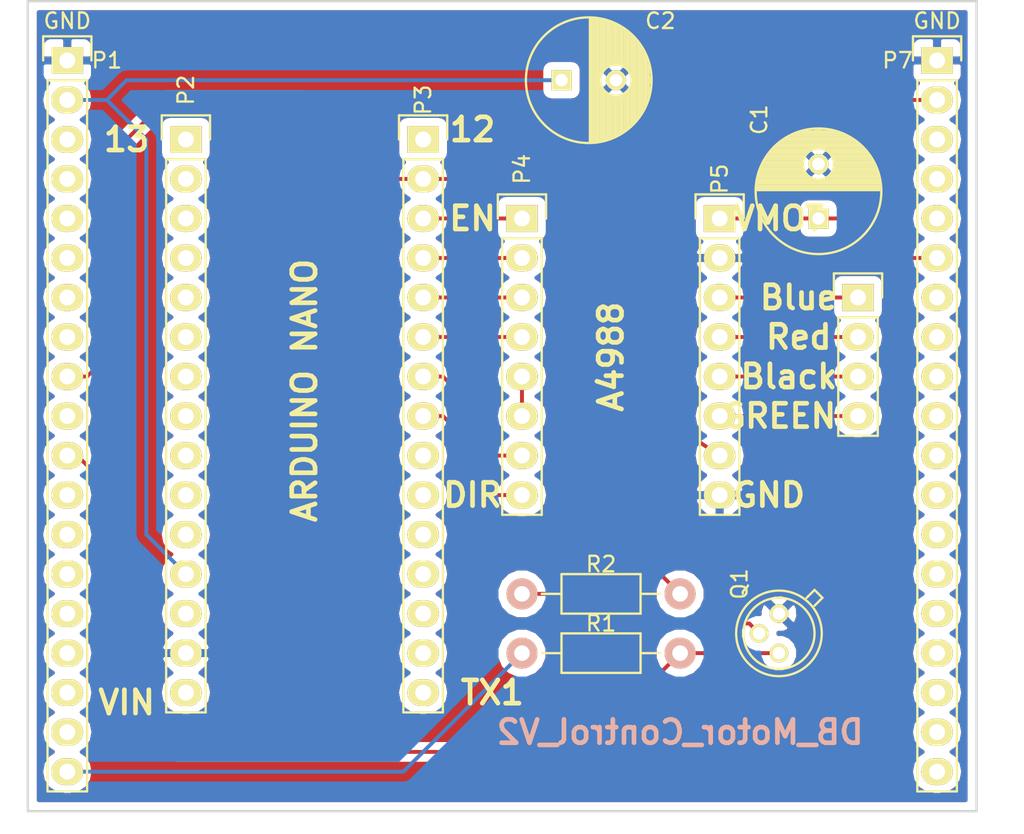
<source format=kicad_pcb>
(kicad_pcb (version 4) (host pcbnew 4.0.3+e1-6302~38~ubuntu16.04.1-stable)

  (general
    (links 29)
    (no_connects 0)
    (area 46.401667 51.994999 112.348334 105.85)
    (thickness 1.6)
    (drawings 19)
    (tracks 55)
    (zones 0)
    (modules 12)
    (nets 20)
  )

  (page A4)
  (layers
    (0 F.Cu signal)
    (31 B.Cu signal)
    (32 B.Adhes user)
    (33 F.Adhes user)
    (34 B.Paste user)
    (35 F.Paste user)
    (36 B.SilkS user)
    (37 F.SilkS user)
    (38 B.Mask user)
    (39 F.Mask user)
    (40 Dwgs.User user)
    (41 Cmts.User user)
    (42 Eco1.User user)
    (43 Eco2.User user)
    (44 Edge.Cuts user)
    (45 Margin user)
    (46 B.CrtYd user)
    (47 F.CrtYd user)
    (48 B.Fab user)
    (49 F.Fab user)
  )

  (setup
    (last_trace_width 0.25)
    (trace_clearance 0.2)
    (zone_clearance 0.508)
    (zone_45_only no)
    (trace_min 0.2)
    (segment_width 0.2)
    (edge_width 0.15)
    (via_size 0.6)
    (via_drill 0.4)
    (via_min_size 0.4)
    (via_min_drill 0.3)
    (uvia_size 0.3)
    (uvia_drill 0.1)
    (uvias_allowed no)
    (uvia_min_size 0.2)
    (uvia_min_drill 0.1)
    (pcb_text_width 0.3)
    (pcb_text_size 1.5 1.5)
    (mod_edge_width 0.15)
    (mod_text_size 1 1)
    (mod_text_width 0.15)
    (pad_size 1.524 1.524)
    (pad_drill 0.762)
    (pad_to_mask_clearance 0.2)
    (aux_axis_origin 0 0)
    (visible_elements 7FFFFFFF)
    (pcbplotparams
      (layerselection 0x000f0_80000001)
      (usegerberextensions false)
      (excludeedgelayer true)
      (linewidth 0.100000)
      (plotframeref false)
      (viasonmask false)
      (mode 1)
      (useauxorigin false)
      (hpglpennumber 1)
      (hpglpenspeed 20)
      (hpglpendiameter 15)
      (hpglpenoverlay 2)
      (psnegative false)
      (psa4output false)
      (plotreference true)
      (plotvalue true)
      (plotinvisibletext false)
      (padsonsilk false)
      (subtractmaskfromsilk false)
      (outputformat 1)
      (mirror false)
      (drillshape 0)
      (scaleselection 1)
      (outputdirectory gerber/))
  )

  (net 0 "")
  (net 1 "Net-(C1-Pad1)")
  (net 2 GND)
  (net 3 "Net-(P1-Pad9)")
  (net 4 "Net-(P1-Pad11)")
  (net 5 "Net-(P1-Pad19)")
  (net 6 "Net-(P3-Pad3)")
  (net 7 "Net-(P3-Pad4)")
  (net 8 "Net-(P3-Pad5)")
  (net 9 "Net-(P3-Pad6)")
  (net 10 "Net-(P3-Pad8)")
  (net 11 "Net-(P4-Pad5)")
  (net 12 "Net-(P5-Pad3)")
  (net 13 "Net-(P5-Pad4)")
  (net 14 "Net-(P5-Pad5)")
  (net 15 "Net-(P5-Pad6)")
  (net 16 "Net-(C2-Pad1)")
  (net 17 "Net-(P3-Pad7)")
  (net 18 "Net-(Q1-Pad2)")
  (net 19 "Net-(P5-Pad7)")

  (net_class Default "This is the default net class."
    (clearance 0.2)
    (trace_width 0.25)
    (via_dia 0.6)
    (via_drill 0.4)
    (uvia_dia 0.3)
    (uvia_drill 0.1)
    (add_net GND)
    (add_net "Net-(C1-Pad1)")
    (add_net "Net-(C2-Pad1)")
    (add_net "Net-(P1-Pad11)")
    (add_net "Net-(P1-Pad19)")
    (add_net "Net-(P1-Pad9)")
    (add_net "Net-(P3-Pad3)")
    (add_net "Net-(P3-Pad4)")
    (add_net "Net-(P3-Pad5)")
    (add_net "Net-(P3-Pad6)")
    (add_net "Net-(P3-Pad7)")
    (add_net "Net-(P3-Pad8)")
    (add_net "Net-(P4-Pad5)")
    (add_net "Net-(P5-Pad3)")
    (add_net "Net-(P5-Pad4)")
    (add_net "Net-(P5-Pad5)")
    (add_net "Net-(P5-Pad6)")
    (add_net "Net-(P5-Pad7)")
    (add_net "Net-(Q1-Pad2)")
  )

  (module Socket_Strips:Socket_Strip_Straight_1x15 placed (layer F.Cu) (tedit 57B5A9C0) (tstamp 57B31776)
    (at 58.42 60.96 270)
    (descr "Through hole socket strip")
    (tags "socket strip")
    (path /57A890C3)
    (fp_text reference P2 (at -3.175 0 270) (layer F.SilkS)
      (effects (font (size 1 1) (thickness 0.15)))
    )
    (fp_text value CONN_01X15 (at 0 -3.1 270) (layer F.Fab)
      (effects (font (size 1 1) (thickness 0.15)))
    )
    (fp_line (start -1.75 -1.75) (end -1.75 1.75) (layer F.CrtYd) (width 0.05))
    (fp_line (start 37.35 -1.75) (end 37.35 1.75) (layer F.CrtYd) (width 0.05))
    (fp_line (start -1.75 -1.75) (end 37.35 -1.75) (layer F.CrtYd) (width 0.05))
    (fp_line (start -1.75 1.75) (end 37.35 1.75) (layer F.CrtYd) (width 0.05))
    (fp_line (start 1.27 -1.27) (end 36.83 -1.27) (layer F.SilkS) (width 0.15))
    (fp_line (start 36.83 -1.27) (end 36.83 1.27) (layer F.SilkS) (width 0.15))
    (fp_line (start 36.83 1.27) (end 1.27 1.27) (layer F.SilkS) (width 0.15))
    (fp_line (start -1.55 1.55) (end 0 1.55) (layer F.SilkS) (width 0.15))
    (fp_line (start 1.27 1.27) (end 1.27 -1.27) (layer F.SilkS) (width 0.15))
    (fp_line (start 0 -1.55) (end -1.55 -1.55) (layer F.SilkS) (width 0.15))
    (fp_line (start -1.55 -1.55) (end -1.55 1.55) (layer F.SilkS) (width 0.15))
    (pad 1 thru_hole rect (at 0 0 270) (size 1.7272 2.032) (drill 1.016) (layers *.Cu *.Mask F.SilkS))
    (pad 2 thru_hole oval (at 2.54 0 270) (size 1.7272 2.032) (drill 1.016) (layers *.Cu *.Mask F.SilkS))
    (pad 3 thru_hole oval (at 5.08 0 270) (size 1.7272 2.032) (drill 1.016) (layers *.Cu *.Mask F.SilkS))
    (pad 4 thru_hole oval (at 7.62 0 270) (size 1.7272 2.032) (drill 1.016) (layers *.Cu *.Mask F.SilkS))
    (pad 5 thru_hole oval (at 10.16 0 270) (size 1.7272 2.032) (drill 1.016) (layers *.Cu *.Mask F.SilkS))
    (pad 6 thru_hole oval (at 12.7 0 270) (size 1.7272 2.032) (drill 1.016) (layers *.Cu *.Mask F.SilkS))
    (pad 7 thru_hole oval (at 15.24 0 270) (size 1.7272 2.032) (drill 1.016) (layers *.Cu *.Mask F.SilkS))
    (pad 8 thru_hole oval (at 17.78 0 270) (size 1.7272 2.032) (drill 1.016) (layers *.Cu *.Mask F.SilkS))
    (pad 9 thru_hole oval (at 20.32 0 270) (size 1.7272 2.032) (drill 1.016) (layers *.Cu *.Mask F.SilkS))
    (pad 10 thru_hole oval (at 22.86 0 270) (size 1.7272 2.032) (drill 1.016) (layers *.Cu *.Mask F.SilkS))
    (pad 11 thru_hole oval (at 25.4 0 270) (size 1.7272 2.032) (drill 1.016) (layers *.Cu *.Mask F.SilkS))
    (pad 12 thru_hole oval (at 27.94 0 270) (size 1.7272 2.032) (drill 1.016) (layers *.Cu *.Mask F.SilkS)
      (net 16 "Net-(C2-Pad1)"))
    (pad 13 thru_hole oval (at 30.48 0 270) (size 1.7272 2.032) (drill 1.016) (layers *.Cu *.Mask F.SilkS))
    (pad 14 thru_hole oval (at 33.02 0 270) (size 1.7272 2.032) (drill 1.016) (layers *.Cu *.Mask F.SilkS)
      (net 2 GND))
    (pad 15 thru_hole oval (at 35.56 0 270) (size 1.7272 2.032) (drill 1.016) (layers *.Cu *.Mask F.SilkS))
    (model Socket_Strips.3dshapes/Socket_Strip_Straight_1x15.wrl
      (at (xyz 0.7 0 0))
      (scale (xyz 1 1 1))
      (rotate (xyz 0 0 180))
    )
  )

  (module Socket_Strips:Socket_Strip_Straight_1x15 placed (layer F.Cu) (tedit 57BD7880) (tstamp 57B31789)
    (at 73.66 60.96 270)
    (descr "Through hole socket strip")
    (tags "socket strip")
    (path /57A890ED)
    (fp_text reference P3 (at -2.54 0 270) (layer F.SilkS)
      (effects (font (size 1 1) (thickness 0.15)))
    )
    (fp_text value CONN_01X15 (at 0 -3.1 270) (layer F.Fab)
      (effects (font (size 1 1) (thickness 0.15)))
    )
    (fp_line (start -1.75 -1.75) (end -1.75 1.75) (layer F.CrtYd) (width 0.05))
    (fp_line (start 37.35 -1.75) (end 37.35 1.75) (layer F.CrtYd) (width 0.05))
    (fp_line (start -1.75 -1.75) (end 37.35 -1.75) (layer F.CrtYd) (width 0.05))
    (fp_line (start -1.75 1.75) (end 37.35 1.75) (layer F.CrtYd) (width 0.05))
    (fp_line (start 1.27 -1.27) (end 36.83 -1.27) (layer F.SilkS) (width 0.15))
    (fp_line (start 36.83 -1.27) (end 36.83 1.27) (layer F.SilkS) (width 0.15))
    (fp_line (start 36.83 1.27) (end 1.27 1.27) (layer F.SilkS) (width 0.15))
    (fp_line (start -1.55 1.55) (end 0 1.55) (layer F.SilkS) (width 0.15))
    (fp_line (start 1.27 1.27) (end 1.27 -1.27) (layer F.SilkS) (width 0.15))
    (fp_line (start 0 -1.55) (end -1.55 -1.55) (layer F.SilkS) (width 0.15))
    (fp_line (start -1.55 -1.55) (end -1.55 1.55) (layer F.SilkS) (width 0.15))
    (pad 1 thru_hole rect (at 0 0 270) (size 1.7272 2.032) (drill 1.016) (layers *.Cu *.Mask F.SilkS))
    (pad 2 thru_hole oval (at 2.54 0 270) (size 1.7272 2.032) (drill 1.016) (layers *.Cu *.Mask F.SilkS)
      (net 3 "Net-(P1-Pad9)"))
    (pad 3 thru_hole oval (at 5.08 0 270) (size 1.7272 2.032) (drill 1.016) (layers *.Cu *.Mask F.SilkS)
      (net 6 "Net-(P3-Pad3)"))
    (pad 4 thru_hole oval (at 7.62 0 270) (size 1.7272 2.032) (drill 1.016) (layers *.Cu *.Mask F.SilkS)
      (net 7 "Net-(P3-Pad4)"))
    (pad 5 thru_hole oval (at 10.16 0 270) (size 1.7272 2.032) (drill 1.016) (layers *.Cu *.Mask F.SilkS)
      (net 8 "Net-(P3-Pad5)"))
    (pad 6 thru_hole oval (at 12.7 0 270) (size 1.7272 2.032) (drill 1.016) (layers *.Cu *.Mask F.SilkS)
      (net 9 "Net-(P3-Pad6)"))
    (pad 7 thru_hole oval (at 15.24 0 270) (size 1.7272 2.032) (drill 1.016) (layers *.Cu *.Mask F.SilkS)
      (net 17 "Net-(P3-Pad7)"))
    (pad 8 thru_hole oval (at 17.78 0 270) (size 1.7272 2.032) (drill 1.016) (layers *.Cu *.Mask F.SilkS)
      (net 10 "Net-(P3-Pad8)"))
    (pad 9 thru_hole oval (at 20.32 0 270) (size 1.7272 2.032) (drill 1.016) (layers *.Cu *.Mask F.SilkS))
    (pad 10 thru_hole oval (at 22.86 0 270) (size 1.7272 2.032) (drill 1.016) (layers *.Cu *.Mask F.SilkS))
    (pad 11 thru_hole oval (at 25.4 0 270) (size 1.7272 2.032) (drill 1.016) (layers *.Cu *.Mask F.SilkS))
    (pad 12 thru_hole oval (at 27.94 0 270) (size 1.7272 2.032) (drill 1.016) (layers *.Cu *.Mask F.SilkS))
    (pad 13 thru_hole oval (at 30.48 0 270) (size 1.7272 2.032) (drill 1.016) (layers *.Cu *.Mask F.SilkS))
    (pad 14 thru_hole oval (at 33.02 0 270) (size 1.7272 2.032) (drill 1.016) (layers *.Cu *.Mask F.SilkS))
    (pad 15 thru_hole oval (at 35.56 0 270) (size 1.7272 2.032) (drill 1.016) (layers *.Cu *.Mask F.SilkS))
    (model Socket_Strips.3dshapes/Socket_Strip_Straight_1x15.wrl
      (at (xyz 0.7 0 0))
      (scale (xyz 1 1 1))
      (rotate (xyz 0 0 180))
    )
  )

  (module Socket_Strips:Socket_Strip_Straight_1x08 placed (layer F.Cu) (tedit 57B5A9C7) (tstamp 57B31795)
    (at 80.01 66.04 270)
    (descr "Through hole socket strip")
    (tags "socket strip")
    (path /57A89055)
    (fp_text reference P4 (at -3.175 0 270) (layer F.SilkS)
      (effects (font (size 1 1) (thickness 0.15)))
    )
    (fp_text value CONN_01X08 (at 0 -3.1 270) (layer F.Fab)
      (effects (font (size 1 1) (thickness 0.15)))
    )
    (fp_line (start -1.75 -1.75) (end -1.75 1.75) (layer F.CrtYd) (width 0.05))
    (fp_line (start 19.55 -1.75) (end 19.55 1.75) (layer F.CrtYd) (width 0.05))
    (fp_line (start -1.75 -1.75) (end 19.55 -1.75) (layer F.CrtYd) (width 0.05))
    (fp_line (start -1.75 1.75) (end 19.55 1.75) (layer F.CrtYd) (width 0.05))
    (fp_line (start 1.27 1.27) (end 19.05 1.27) (layer F.SilkS) (width 0.15))
    (fp_line (start 19.05 1.27) (end 19.05 -1.27) (layer F.SilkS) (width 0.15))
    (fp_line (start 19.05 -1.27) (end 1.27 -1.27) (layer F.SilkS) (width 0.15))
    (fp_line (start -1.55 1.55) (end 0 1.55) (layer F.SilkS) (width 0.15))
    (fp_line (start 1.27 1.27) (end 1.27 -1.27) (layer F.SilkS) (width 0.15))
    (fp_line (start 0 -1.55) (end -1.55 -1.55) (layer F.SilkS) (width 0.15))
    (fp_line (start -1.55 -1.55) (end -1.55 1.55) (layer F.SilkS) (width 0.15))
    (pad 1 thru_hole rect (at 0 0 270) (size 1.7272 2.032) (drill 1.016) (layers *.Cu *.Mask F.SilkS)
      (net 6 "Net-(P3-Pad3)"))
    (pad 2 thru_hole oval (at 2.54 0 270) (size 1.7272 2.032) (drill 1.016) (layers *.Cu *.Mask F.SilkS)
      (net 7 "Net-(P3-Pad4)"))
    (pad 3 thru_hole oval (at 5.08 0 270) (size 1.7272 2.032) (drill 1.016) (layers *.Cu *.Mask F.SilkS)
      (net 8 "Net-(P3-Pad5)"))
    (pad 4 thru_hole oval (at 7.62 0 270) (size 1.7272 2.032) (drill 1.016) (layers *.Cu *.Mask F.SilkS)
      (net 9 "Net-(P3-Pad6)"))
    (pad 5 thru_hole oval (at 10.16 0 270) (size 1.7272 2.032) (drill 1.016) (layers *.Cu *.Mask F.SilkS)
      (net 11 "Net-(P4-Pad5)"))
    (pad 6 thru_hole oval (at 12.7 0 270) (size 1.7272 2.032) (drill 1.016) (layers *.Cu *.Mask F.SilkS)
      (net 11 "Net-(P4-Pad5)"))
    (pad 7 thru_hole oval (at 15.24 0 270) (size 1.7272 2.032) (drill 1.016) (layers *.Cu *.Mask F.SilkS)
      (net 17 "Net-(P3-Pad7)"))
    (pad 8 thru_hole oval (at 17.78 0 270) (size 1.7272 2.032) (drill 1.016) (layers *.Cu *.Mask F.SilkS)
      (net 10 "Net-(P3-Pad8)"))
    (model Socket_Strips.3dshapes/Socket_Strip_Straight_1x08.wrl
      (at (xyz 0.35 0 0))
      (scale (xyz 1 1 1))
      (rotate (xyz 0 0 180))
    )
  )

  (module Socket_Strips:Socket_Strip_Straight_1x08 placed (layer F.Cu) (tedit 57BD7886) (tstamp 57B317A1)
    (at 92.71 66.04 270)
    (descr "Through hole socket strip")
    (tags "socket strip")
    (path /57A8907E)
    (fp_text reference P5 (at -2.54 0 270) (layer F.SilkS)
      (effects (font (size 1 1) (thickness 0.15)))
    )
    (fp_text value CONN_01X08 (at 0 -3.1 270) (layer F.Fab)
      (effects (font (size 1 1) (thickness 0.15)))
    )
    (fp_line (start -1.75 -1.75) (end -1.75 1.75) (layer F.CrtYd) (width 0.05))
    (fp_line (start 19.55 -1.75) (end 19.55 1.75) (layer F.CrtYd) (width 0.05))
    (fp_line (start -1.75 -1.75) (end 19.55 -1.75) (layer F.CrtYd) (width 0.05))
    (fp_line (start -1.75 1.75) (end 19.55 1.75) (layer F.CrtYd) (width 0.05))
    (fp_line (start 1.27 1.27) (end 19.05 1.27) (layer F.SilkS) (width 0.15))
    (fp_line (start 19.05 1.27) (end 19.05 -1.27) (layer F.SilkS) (width 0.15))
    (fp_line (start 19.05 -1.27) (end 1.27 -1.27) (layer F.SilkS) (width 0.15))
    (fp_line (start -1.55 1.55) (end 0 1.55) (layer F.SilkS) (width 0.15))
    (fp_line (start 1.27 1.27) (end 1.27 -1.27) (layer F.SilkS) (width 0.15))
    (fp_line (start 0 -1.55) (end -1.55 -1.55) (layer F.SilkS) (width 0.15))
    (fp_line (start -1.55 -1.55) (end -1.55 1.55) (layer F.SilkS) (width 0.15))
    (pad 1 thru_hole rect (at 0 0 270) (size 1.7272 2.032) (drill 1.016) (layers *.Cu *.Mask F.SilkS)
      (net 1 "Net-(C1-Pad1)"))
    (pad 2 thru_hole oval (at 2.54 0 270) (size 1.7272 2.032) (drill 1.016) (layers *.Cu *.Mask F.SilkS)
      (net 2 GND))
    (pad 3 thru_hole oval (at 5.08 0 270) (size 1.7272 2.032) (drill 1.016) (layers *.Cu *.Mask F.SilkS)
      (net 12 "Net-(P5-Pad3)"))
    (pad 4 thru_hole oval (at 7.62 0 270) (size 1.7272 2.032) (drill 1.016) (layers *.Cu *.Mask F.SilkS)
      (net 13 "Net-(P5-Pad4)"))
    (pad 5 thru_hole oval (at 10.16 0 270) (size 1.7272 2.032) (drill 1.016) (layers *.Cu *.Mask F.SilkS)
      (net 14 "Net-(P5-Pad5)"))
    (pad 6 thru_hole oval (at 12.7 0 270) (size 1.7272 2.032) (drill 1.016) (layers *.Cu *.Mask F.SilkS)
      (net 15 "Net-(P5-Pad6)"))
    (pad 7 thru_hole oval (at 15.24 0 270) (size 1.7272 2.032) (drill 1.016) (layers *.Cu *.Mask F.SilkS)
      (net 19 "Net-(P5-Pad7)"))
    (pad 8 thru_hole oval (at 17.78 0 270) (size 1.7272 2.032) (drill 1.016) (layers *.Cu *.Mask F.SilkS)
      (net 2 GND))
    (model Socket_Strips.3dshapes/Socket_Strip_Straight_1x08.wrl
      (at (xyz 0.35 0 0))
      (scale (xyz 1 1 1))
      (rotate (xyz 0 0 180))
    )
  )

  (module Socket_Strips:Socket_Strip_Straight_1x04 placed (layer F.Cu) (tedit 0) (tstamp 57B317A9)
    (at 101.6 71.12 270)
    (descr "Through hole socket strip")
    (tags "socket strip")
    (path /57A88E2B)
    (fp_text reference P6 (at 0 -5.1 270) (layer F.SilkS)
      (effects (font (size 1 1) (thickness 0.15)))
    )
    (fp_text value CONN_01X04 (at 0 -3.1 270) (layer F.Fab)
      (effects (font (size 1 1) (thickness 0.15)))
    )
    (fp_line (start -1.75 -1.75) (end -1.75 1.75) (layer F.CrtYd) (width 0.05))
    (fp_line (start 9.4 -1.75) (end 9.4 1.75) (layer F.CrtYd) (width 0.05))
    (fp_line (start -1.75 -1.75) (end 9.4 -1.75) (layer F.CrtYd) (width 0.05))
    (fp_line (start -1.75 1.75) (end 9.4 1.75) (layer F.CrtYd) (width 0.05))
    (fp_line (start 1.27 -1.27) (end 8.89 -1.27) (layer F.SilkS) (width 0.15))
    (fp_line (start 1.27 1.27) (end 8.89 1.27) (layer F.SilkS) (width 0.15))
    (fp_line (start -1.55 1.55) (end 0 1.55) (layer F.SilkS) (width 0.15))
    (fp_line (start 8.89 -1.27) (end 8.89 1.27) (layer F.SilkS) (width 0.15))
    (fp_line (start 1.27 1.27) (end 1.27 -1.27) (layer F.SilkS) (width 0.15))
    (fp_line (start 0 -1.55) (end -1.55 -1.55) (layer F.SilkS) (width 0.15))
    (fp_line (start -1.55 -1.55) (end -1.55 1.55) (layer F.SilkS) (width 0.15))
    (pad 1 thru_hole rect (at 0 0 270) (size 1.7272 2.032) (drill 1.016) (layers *.Cu *.Mask F.SilkS)
      (net 12 "Net-(P5-Pad3)"))
    (pad 2 thru_hole oval (at 2.54 0 270) (size 1.7272 2.032) (drill 1.016) (layers *.Cu *.Mask F.SilkS)
      (net 13 "Net-(P5-Pad4)"))
    (pad 3 thru_hole oval (at 5.08 0 270) (size 1.7272 2.032) (drill 1.016) (layers *.Cu *.Mask F.SilkS)
      (net 14 "Net-(P5-Pad5)"))
    (pad 4 thru_hole oval (at 7.62 0 270) (size 1.7272 2.032) (drill 1.016) (layers *.Cu *.Mask F.SilkS)
      (net 15 "Net-(P5-Pad6)"))
    (model Socket_Strips.3dshapes/Socket_Strip_Straight_1x04.wrl
      (at (xyz 0.15 0 0))
      (scale (xyz 1 1 1))
      (rotate (xyz 0 0 180))
    )
  )

  (module Echopen:CP_TH_common (layer F.Cu) (tedit 57B58060) (tstamp 57BC4AB8)
    (at 82.55 57.15)
    (descr "Radial Electrolytic Capacitor Diameter 8mm x Length 11.5mm, Pitch 3.5mm")
    (tags "Electrolytic Capacitor")
    (path /57BC49A7)
    (fp_text reference C2 (at 6.35 -3.81) (layer F.SilkS)
      (effects (font (size 1 1) (thickness 0.15)))
    )
    (fp_text value 10u (at 1.27 1.905) (layer F.Fab)
      (effects (font (size 1 1) (thickness 0.15)))
    )
    (fp_line (start 1.825 -3.999) (end 1.825 3.999) (layer F.SilkS) (width 0.15))
    (fp_line (start 1.965 -3.994) (end 1.965 3.994) (layer F.SilkS) (width 0.15))
    (fp_line (start 2.105 -3.984) (end 2.105 3.984) (layer F.SilkS) (width 0.15))
    (fp_line (start 2.245 -3.969) (end 2.245 3.969) (layer F.SilkS) (width 0.15))
    (fp_line (start 2.385 -3.949) (end 2.385 3.949) (layer F.SilkS) (width 0.15))
    (fp_line (start 2.525 -3.924) (end 2.525 -0.222) (layer F.SilkS) (width 0.15))
    (fp_line (start 2.525 0.222) (end 2.525 3.924) (layer F.SilkS) (width 0.15))
    (fp_line (start 2.665 -3.894) (end 2.665 -0.55) (layer F.SilkS) (width 0.15))
    (fp_line (start 2.665 0.55) (end 2.665 3.894) (layer F.SilkS) (width 0.15))
    (fp_line (start 2.805 -3.858) (end 2.805 -0.719) (layer F.SilkS) (width 0.15))
    (fp_line (start 2.805 0.719) (end 2.805 3.858) (layer F.SilkS) (width 0.15))
    (fp_line (start 2.945 -3.817) (end 2.945 -0.832) (layer F.SilkS) (width 0.15))
    (fp_line (start 2.945 0.832) (end 2.945 3.817) (layer F.SilkS) (width 0.15))
    (fp_line (start 3.085 -3.771) (end 3.085 -0.91) (layer F.SilkS) (width 0.15))
    (fp_line (start 3.085 0.91) (end 3.085 3.771) (layer F.SilkS) (width 0.15))
    (fp_line (start 3.225 -3.718) (end 3.225 -0.961) (layer F.SilkS) (width 0.15))
    (fp_line (start 3.225 0.961) (end 3.225 3.718) (layer F.SilkS) (width 0.15))
    (fp_line (start 3.365 -3.659) (end 3.365 -0.991) (layer F.SilkS) (width 0.15))
    (fp_line (start 3.365 0.991) (end 3.365 3.659) (layer F.SilkS) (width 0.15))
    (fp_line (start 3.505 -3.594) (end 3.505 -1) (layer F.SilkS) (width 0.15))
    (fp_line (start 3.505 1) (end 3.505 3.594) (layer F.SilkS) (width 0.15))
    (fp_line (start 3.645 -3.523) (end 3.645 -0.989) (layer F.SilkS) (width 0.15))
    (fp_line (start 3.645 0.989) (end 3.645 3.523) (layer F.SilkS) (width 0.15))
    (fp_line (start 3.785 -3.444) (end 3.785 -0.959) (layer F.SilkS) (width 0.15))
    (fp_line (start 3.785 0.959) (end 3.785 3.444) (layer F.SilkS) (width 0.15))
    (fp_line (start 3.925 -3.357) (end 3.925 -0.905) (layer F.SilkS) (width 0.15))
    (fp_line (start 3.925 0.905) (end 3.925 3.357) (layer F.SilkS) (width 0.15))
    (fp_line (start 4.065 -3.262) (end 4.065 -0.825) (layer F.SilkS) (width 0.15))
    (fp_line (start 4.065 0.825) (end 4.065 3.262) (layer F.SilkS) (width 0.15))
    (fp_line (start 4.205 -3.158) (end 4.205 -0.709) (layer F.SilkS) (width 0.15))
    (fp_line (start 4.205 0.709) (end 4.205 3.158) (layer F.SilkS) (width 0.15))
    (fp_line (start 4.345 -3.044) (end 4.345 -0.535) (layer F.SilkS) (width 0.15))
    (fp_line (start 4.345 0.535) (end 4.345 3.044) (layer F.SilkS) (width 0.15))
    (fp_line (start 4.485 -2.919) (end 4.485 -0.173) (layer F.SilkS) (width 0.15))
    (fp_line (start 4.485 0.173) (end 4.485 2.919) (layer F.SilkS) (width 0.15))
    (fp_line (start 4.625 -2.781) (end 4.625 2.781) (layer F.SilkS) (width 0.15))
    (fp_line (start 4.765 -2.629) (end 4.765 2.629) (layer F.SilkS) (width 0.15))
    (fp_line (start 4.905 -2.459) (end 4.905 2.459) (layer F.SilkS) (width 0.15))
    (fp_line (start 5.045 -2.268) (end 5.045 2.268) (layer F.SilkS) (width 0.15))
    (fp_line (start 5.185 -2.05) (end 5.185 2.05) (layer F.SilkS) (width 0.15))
    (fp_line (start 5.325 -1.794) (end 5.325 1.794) (layer F.SilkS) (width 0.15))
    (fp_line (start 5.465 -1.483) (end 5.465 1.483) (layer F.SilkS) (width 0.15))
    (fp_line (start 5.605 -1.067) (end 5.605 1.067) (layer F.SilkS) (width 0.15))
    (fp_line (start 5.745 -0.2) (end 5.745 0.2) (layer F.SilkS) (width 0.15))
    (fp_circle (center 3.5 0) (end 3.5 -1) (layer F.SilkS) (width 0.15))
    (fp_circle (center 1.75 0) (end 1.75 -4.0375) (layer F.SilkS) (width 0.15))
    (fp_circle (center 1.75 0) (end 1.75 -4.3) (layer F.CrtYd) (width 0.05))
    (pad 2 thru_hole circle (at 3.5 0) (size 1.3 1.3) (drill 0.8) (layers *.Cu *.Mask F.SilkS)
      (net 2 GND))
    (pad 1 thru_hole rect (at 0 0) (size 1.3 1.3) (drill 0.8) (layers *.Cu *.Mask F.SilkS)
      (net 16 "Net-(C2-Pad1)"))
    (model Capacitors_ThroughHole.3dshapes/C_Radial_D8_L11.5_P3.5.wrl
      (at (xyz 0 0 0))
      (scale (xyz 1 1 1))
      (rotate (xyz 0 0 0))
    )
  )

  (module Echopen:TO-18_TH_common (layer F.Cu) (tedit 57B58136) (tstamp 57BC4ABF)
    (at 96.52 92.71 90)
    (descr "TO-18, 3Pin,")
    (tags "TO-18, 3Pin,")
    (path /57BC4E2A)
    (fp_text reference Q1 (at 3.175 -2.54 90) (layer F.SilkS)
      (effects (font (size 1 1) (thickness 0.15)))
    )
    (fp_text value 2N2222 (at 0 1.905 90) (layer F.Fab)
      (effects (font (size 1 1) (thickness 0.15)))
    )
    (fp_line (start 2.794 2.286) (end 2.286 1.778) (layer F.SilkS) (width 0.15))
    (fp_line (start 1.778 2.286) (end 2.286 2.794) (layer F.SilkS) (width 0.15))
    (fp_line (start 2.286 2.794) (end 2.794 2.286) (layer F.SilkS) (width 0.15))
    (fp_circle (center 0 0) (end 2.286 0) (layer F.SilkS) (width 0.15))
    (fp_circle (center 0 0) (end 2.75 0) (layer F.SilkS) (width 0.15))
    (pad 1 thru_hole circle (at 1.27 0 90) (size 1.2 1.2) (drill 0.8) (layers *.Cu *.Mask F.SilkS)
      (net 2 GND))
    (pad 2 thru_hole circle (at 0 -1.27 90) (size 1.2 1.2) (drill 0.8) (layers *.Cu *.Mask F.SilkS)
      (net 18 "Net-(Q1-Pad2)"))
    (pad 3 thru_hole circle (at -1.27 0 90) (size 1.2 1.2) (drill 0.8) (layers *.Cu *.Mask F.SilkS)
      (net 4 "Net-(P1-Pad11)"))
    (model TO_SOT_Packages_THT.3dshapes/TO-18_3Pin.wrl
      (at (xyz 0 0 0))
      (scale (xyz 0.3937 0.3937 0.3937))
      (rotate (xyz 0 0 0))
    )
  )

  (module Echopen:Resistor_TH_common (layer F.Cu) (tedit 57B5849C) (tstamp 57BC4AC5)
    (at 80.01 93.98)
    (descr "Resistor, Axial,  RM 10mm, 1/3W")
    (tags "Resistor Axial RM 10mm 1/3W")
    (path /57BC4D98)
    (fp_text reference R1 (at 5.08 -1.905) (layer F.SilkS)
      (effects (font (size 1 1) (thickness 0.15)))
    )
    (fp_text value 1.5k (at 5.08 0) (layer F.Fab)
      (effects (font (size 1 1) (thickness 0.15)))
    )
    (fp_line (start -1.25 -1.5) (end 11.4 -1.5) (layer F.CrtYd) (width 0.05))
    (fp_line (start -1.25 1.5) (end -1.25 -1.5) (layer F.CrtYd) (width 0.05))
    (fp_line (start 11.4 -1.5) (end 11.4 1.5) (layer F.CrtYd) (width 0.05))
    (fp_line (start -1.25 1.5) (end 11.4 1.5) (layer F.CrtYd) (width 0.05))
    (fp_line (start 2.54 -1.27) (end 7.62 -1.27) (layer F.SilkS) (width 0.15))
    (fp_line (start 7.62 -1.27) (end 7.62 1.27) (layer F.SilkS) (width 0.15))
    (fp_line (start 7.62 1.27) (end 2.54 1.27) (layer F.SilkS) (width 0.15))
    (fp_line (start 2.54 1.27) (end 2.54 -1.27) (layer F.SilkS) (width 0.15))
    (fp_line (start 2.54 0) (end 1.27 0) (layer F.SilkS) (width 0.15))
    (fp_line (start 7.62 0) (end 8.89 0) (layer F.SilkS) (width 0.15))
    (pad 1 thru_hole circle (at 0 0) (size 1.99898 1.99898) (drill 1.00076) (layers *.Cu *.SilkS *.Mask)
      (net 5 "Net-(P1-Pad19)"))
    (pad 2 thru_hole circle (at 10.16 0) (size 1.99898 1.99898) (drill 1.00076) (layers *.Cu *.SilkS *.Mask)
      (net 4 "Net-(P1-Pad11)"))
    (model Resistors_ThroughHole.3dshapes/Resistor_Horizontal_RM10mm.wrl
      (at (xyz 0.2 0 0))
      (scale (xyz 0.4 0.4 0.4))
      (rotate (xyz 0 0 0))
    )
  )

  (module Echopen:Resistor_TH_common (layer F.Cu) (tedit 57B5849C) (tstamp 57BC4ACB)
    (at 80.01 90.17)
    (descr "Resistor, Axial,  RM 10mm, 1/3W")
    (tags "Resistor Axial RM 10mm 1/3W")
    (path /57BC5193)
    (fp_text reference R2 (at 5.08 -1.905) (layer F.SilkS)
      (effects (font (size 1 1) (thickness 0.15)))
    )
    (fp_text value 1.5k (at 5.08 0) (layer F.Fab)
      (effects (font (size 1 1) (thickness 0.15)))
    )
    (fp_line (start -1.25 -1.5) (end 11.4 -1.5) (layer F.CrtYd) (width 0.05))
    (fp_line (start -1.25 1.5) (end -1.25 -1.5) (layer F.CrtYd) (width 0.05))
    (fp_line (start 11.4 -1.5) (end 11.4 1.5) (layer F.CrtYd) (width 0.05))
    (fp_line (start -1.25 1.5) (end 11.4 1.5) (layer F.CrtYd) (width 0.05))
    (fp_line (start 2.54 -1.27) (end 7.62 -1.27) (layer F.SilkS) (width 0.15))
    (fp_line (start 7.62 -1.27) (end 7.62 1.27) (layer F.SilkS) (width 0.15))
    (fp_line (start 7.62 1.27) (end 2.54 1.27) (layer F.SilkS) (width 0.15))
    (fp_line (start 2.54 1.27) (end 2.54 -1.27) (layer F.SilkS) (width 0.15))
    (fp_line (start 2.54 0) (end 1.27 0) (layer F.SilkS) (width 0.15))
    (fp_line (start 7.62 0) (end 8.89 0) (layer F.SilkS) (width 0.15))
    (pad 1 thru_hole circle (at 0 0) (size 1.99898 1.99898) (drill 1.00076) (layers *.Cu *.SilkS *.Mask)
      (net 18 "Net-(Q1-Pad2)"))
    (pad 2 thru_hole circle (at 10.16 0) (size 1.99898 1.99898) (drill 1.00076) (layers *.Cu *.SilkS *.Mask)
      (net 3 "Net-(P1-Pad9)"))
    (model Resistors_ThroughHole.3dshapes/Resistor_Horizontal_RM10mm.wrl
      (at (xyz 0.2 0 0))
      (scale (xyz 0.4 0.4 0.4))
      (rotate (xyz 0 0 0))
    )
  )

  (module Echopen:Header_pin_1x19 (layer F.Cu) (tedit 57BD704D) (tstamp 57B317C0)
    (at 106.68 78.74)
    (descr "Through hole socket strip")
    (tags "socket strip")
    (path /57A8A591)
    (fp_text reference P7 (at -2.54 -22.86) (layer F.SilkS)
      (effects (font (size 1 1) (thickness 0.15)))
    )
    (fp_text value CONN_01X19 (at 0.635 26.035) (layer F.Fab)
      (effects (font (size 1 1) (thickness 0.15)))
    )
    (fp_text user GND (at 0 -25.4) (layer F.SilkS)
      (effects (font (size 1 1) (thickness 0.15)))
    )
    (fp_line (start 1.75 -24.61) (end -1.75 -24.61) (layer F.CrtYd) (width 0.05))
    (fp_line (start 1.75 24.64) (end -1.75 24.64) (layer F.CrtYd) (width 0.05))
    (fp_line (start 1.75 -24.61) (end 1.75 24.64) (layer F.CrtYd) (width 0.05))
    (fp_line (start -1.75 -24.61) (end -1.75 24.64) (layer F.CrtYd) (width 0.05))
    (fp_line (start -1.27 -21.59) (end -1.27 24.13) (layer F.SilkS) (width 0.15))
    (fp_line (start -1.27 24.13) (end 1.27 24.13) (layer F.SilkS) (width 0.15))
    (fp_line (start 1.27 24.13) (end 1.27 -21.59) (layer F.SilkS) (width 0.15))
    (fp_line (start -1.55 -24.41) (end -1.55 -22.86) (layer F.SilkS) (width 0.15))
    (fp_line (start -1.27 -21.59) (end 1.27 -21.59) (layer F.SilkS) (width 0.15))
    (fp_line (start 1.55 -22.86) (end 1.55 -24.41) (layer F.SilkS) (width 0.15))
    (fp_line (start 1.55 -24.41) (end -1.55 -24.41) (layer F.SilkS) (width 0.15))
    (pad 1 thru_hole rect (at 0 -22.86 270) (size 1.7272 2.032) (drill 1.016) (layers *.Cu *.Mask F.SilkS)
      (net 2 GND))
    (pad 2 thru_hole oval (at 0 -20.32 270) (size 1.7272 2.032) (drill 1.016) (layers *.Cu *.Mask F.SilkS)
      (net 19 "Net-(P5-Pad7)"))
    (pad 3 thru_hole oval (at 0 -17.78 270) (size 1.7272 2.032) (drill 1.016) (layers *.Cu *.Mask F.SilkS))
    (pad 4 thru_hole oval (at 0 -15.24 270) (size 1.7272 2.032) (drill 1.016) (layers *.Cu *.Mask F.SilkS))
    (pad 5 thru_hole oval (at 0 -12.7 270) (size 1.7272 2.032) (drill 1.016) (layers *.Cu *.Mask F.SilkS))
    (pad 6 thru_hole oval (at 0 -10.16 270) (size 1.7272 2.032) (drill 1.016) (layers *.Cu *.Mask F.SilkS)
      (net 1 "Net-(C1-Pad1)"))
    (pad 7 thru_hole oval (at 0 -7.62 270) (size 1.7272 2.032) (drill 1.016) (layers *.Cu *.Mask F.SilkS))
    (pad 8 thru_hole oval (at 0 -5.08 270) (size 1.7272 2.032) (drill 1.016) (layers *.Cu *.Mask F.SilkS))
    (pad 9 thru_hole oval (at 0 -2.54 270) (size 1.7272 2.032) (drill 1.016) (layers *.Cu *.Mask F.SilkS))
    (pad 10 thru_hole oval (at 0 0 270) (size 1.7272 2.032) (drill 1.016) (layers *.Cu *.Mask F.SilkS))
    (pad 11 thru_hole oval (at 0 2.54 270) (size 1.7272 2.032) (drill 1.016) (layers *.Cu *.Mask F.SilkS))
    (pad 12 thru_hole oval (at 0 5.08 270) (size 1.7272 2.032) (drill 1.016) (layers *.Cu *.Mask F.SilkS))
    (pad 13 thru_hole oval (at 0 7.62 270) (size 1.7272 2.032) (drill 1.016) (layers *.Cu *.Mask F.SilkS))
    (pad 14 thru_hole oval (at 0 10.16 270) (size 1.7272 2.032) (drill 1.016) (layers *.Cu *.Mask F.SilkS))
    (pad 15 thru_hole oval (at 0 12.7 270) (size 1.7272 2.032) (drill 1.016) (layers *.Cu *.Mask F.SilkS))
    (pad 16 thru_hole oval (at 0 15.24 270) (size 1.7272 2.032) (drill 1.016) (layers *.Cu *.Mask F.SilkS))
    (pad 17 thru_hole oval (at 0 17.78 270) (size 1.7272 2.032) (drill 1.016) (layers *.Cu *.Mask F.SilkS))
    (pad 18 thru_hole oval (at 0 20.32 270) (size 1.7272 2.032) (drill 1.016) (layers *.Cu *.Mask F.SilkS))
    (pad 19 thru_hole oval (at 0 22.86 270) (size 1.7272 2.032) (drill 1.016) (layers *.Cu *.Mask F.SilkS))
    (model Pin_Headers.3dshapes/Pin_Header_Straight_1x19.wrl
      (at (xyz 0 0 -0.05))
      (scale (xyz 1 1 1))
      (rotate (xyz 0 180 90))
    )
  )

  (module Echopen:CP_TH_common (layer F.Cu) (tedit 57B58060) (tstamp 57BD784B)
    (at 99.06 66.04 90)
    (descr "Radial Electrolytic Capacitor Diameter 8mm x Length 11.5mm, Pitch 3.5mm")
    (tags "Electrolytic Capacitor")
    (path /57A8ABF6)
    (fp_text reference C1 (at 6.35 -3.81 90) (layer F.SilkS)
      (effects (font (size 1 1) (thickness 0.15)))
    )
    (fp_text value 100u (at 1.27 1.905 90) (layer F.Fab)
      (effects (font (size 1 1) (thickness 0.15)))
    )
    (fp_line (start 1.825 -3.999) (end 1.825 3.999) (layer F.SilkS) (width 0.15))
    (fp_line (start 1.965 -3.994) (end 1.965 3.994) (layer F.SilkS) (width 0.15))
    (fp_line (start 2.105 -3.984) (end 2.105 3.984) (layer F.SilkS) (width 0.15))
    (fp_line (start 2.245 -3.969) (end 2.245 3.969) (layer F.SilkS) (width 0.15))
    (fp_line (start 2.385 -3.949) (end 2.385 3.949) (layer F.SilkS) (width 0.15))
    (fp_line (start 2.525 -3.924) (end 2.525 -0.222) (layer F.SilkS) (width 0.15))
    (fp_line (start 2.525 0.222) (end 2.525 3.924) (layer F.SilkS) (width 0.15))
    (fp_line (start 2.665 -3.894) (end 2.665 -0.55) (layer F.SilkS) (width 0.15))
    (fp_line (start 2.665 0.55) (end 2.665 3.894) (layer F.SilkS) (width 0.15))
    (fp_line (start 2.805 -3.858) (end 2.805 -0.719) (layer F.SilkS) (width 0.15))
    (fp_line (start 2.805 0.719) (end 2.805 3.858) (layer F.SilkS) (width 0.15))
    (fp_line (start 2.945 -3.817) (end 2.945 -0.832) (layer F.SilkS) (width 0.15))
    (fp_line (start 2.945 0.832) (end 2.945 3.817) (layer F.SilkS) (width 0.15))
    (fp_line (start 3.085 -3.771) (end 3.085 -0.91) (layer F.SilkS) (width 0.15))
    (fp_line (start 3.085 0.91) (end 3.085 3.771) (layer F.SilkS) (width 0.15))
    (fp_line (start 3.225 -3.718) (end 3.225 -0.961) (layer F.SilkS) (width 0.15))
    (fp_line (start 3.225 0.961) (end 3.225 3.718) (layer F.SilkS) (width 0.15))
    (fp_line (start 3.365 -3.659) (end 3.365 -0.991) (layer F.SilkS) (width 0.15))
    (fp_line (start 3.365 0.991) (end 3.365 3.659) (layer F.SilkS) (width 0.15))
    (fp_line (start 3.505 -3.594) (end 3.505 -1) (layer F.SilkS) (width 0.15))
    (fp_line (start 3.505 1) (end 3.505 3.594) (layer F.SilkS) (width 0.15))
    (fp_line (start 3.645 -3.523) (end 3.645 -0.989) (layer F.SilkS) (width 0.15))
    (fp_line (start 3.645 0.989) (end 3.645 3.523) (layer F.SilkS) (width 0.15))
    (fp_line (start 3.785 -3.444) (end 3.785 -0.959) (layer F.SilkS) (width 0.15))
    (fp_line (start 3.785 0.959) (end 3.785 3.444) (layer F.SilkS) (width 0.15))
    (fp_line (start 3.925 -3.357) (end 3.925 -0.905) (layer F.SilkS) (width 0.15))
    (fp_line (start 3.925 0.905) (end 3.925 3.357) (layer F.SilkS) (width 0.15))
    (fp_line (start 4.065 -3.262) (end 4.065 -0.825) (layer F.SilkS) (width 0.15))
    (fp_line (start 4.065 0.825) (end 4.065 3.262) (layer F.SilkS) (width 0.15))
    (fp_line (start 4.205 -3.158) (end 4.205 -0.709) (layer F.SilkS) (width 0.15))
    (fp_line (start 4.205 0.709) (end 4.205 3.158) (layer F.SilkS) (width 0.15))
    (fp_line (start 4.345 -3.044) (end 4.345 -0.535) (layer F.SilkS) (width 0.15))
    (fp_line (start 4.345 0.535) (end 4.345 3.044) (layer F.SilkS) (width 0.15))
    (fp_line (start 4.485 -2.919) (end 4.485 -0.173) (layer F.SilkS) (width 0.15))
    (fp_line (start 4.485 0.173) (end 4.485 2.919) (layer F.SilkS) (width 0.15))
    (fp_line (start 4.625 -2.781) (end 4.625 2.781) (layer F.SilkS) (width 0.15))
    (fp_line (start 4.765 -2.629) (end 4.765 2.629) (layer F.SilkS) (width 0.15))
    (fp_line (start 4.905 -2.459) (end 4.905 2.459) (layer F.SilkS) (width 0.15))
    (fp_line (start 5.045 -2.268) (end 5.045 2.268) (layer F.SilkS) (width 0.15))
    (fp_line (start 5.185 -2.05) (end 5.185 2.05) (layer F.SilkS) (width 0.15))
    (fp_line (start 5.325 -1.794) (end 5.325 1.794) (layer F.SilkS) (width 0.15))
    (fp_line (start 5.465 -1.483) (end 5.465 1.483) (layer F.SilkS) (width 0.15))
    (fp_line (start 5.605 -1.067) (end 5.605 1.067) (layer F.SilkS) (width 0.15))
    (fp_line (start 5.745 -0.2) (end 5.745 0.2) (layer F.SilkS) (width 0.15))
    (fp_circle (center 3.5 0) (end 3.5 -1) (layer F.SilkS) (width 0.15))
    (fp_circle (center 1.75 0) (end 1.75 -4.0375) (layer F.SilkS) (width 0.15))
    (fp_circle (center 1.75 0) (end 1.75 -4.3) (layer F.CrtYd) (width 0.05))
    (pad 2 thru_hole circle (at 3.5 0 90) (size 1.3 1.3) (drill 0.8) (layers *.Cu *.Mask F.SilkS)
      (net 2 GND))
    (pad 1 thru_hole rect (at 0 0 90) (size 1.3 1.3) (drill 0.8) (layers *.Cu *.Mask F.SilkS)
      (net 1 "Net-(C1-Pad1)"))
    (model Capacitors_ThroughHole.3dshapes/C_Radial_D8_L11.5_P3.5.wrl
      (at (xyz 0 0 0))
      (scale (xyz 1 1 1))
      (rotate (xyz 0 0 0))
    )
  )

  (module Echopen:Header_pin_1x19 (layer F.Cu) (tedit 57BD78CB) (tstamp 57BD7984)
    (at 50.8 78.74)
    (descr "Through hole socket strip")
    (tags "socket strip")
    (path /57A8A60C)
    (fp_text reference P1 (at 2.54 -22.86) (layer F.SilkS)
      (effects (font (size 1 1) (thickness 0.15)))
    )
    (fp_text value CONN_01X19 (at 0.635 26.035) (layer F.Fab)
      (effects (font (size 1 1) (thickness 0.15)))
    )
    (fp_text user GND (at 0 -25.4) (layer F.SilkS)
      (effects (font (size 1 1) (thickness 0.15)))
    )
    (fp_line (start 1.75 -24.61) (end -1.75 -24.61) (layer F.CrtYd) (width 0.05))
    (fp_line (start 1.75 24.64) (end -1.75 24.64) (layer F.CrtYd) (width 0.05))
    (fp_line (start 1.75 -24.61) (end 1.75 24.64) (layer F.CrtYd) (width 0.05))
    (fp_line (start -1.75 -24.61) (end -1.75 24.64) (layer F.CrtYd) (width 0.05))
    (fp_line (start -1.27 -21.59) (end -1.27 24.13) (layer F.SilkS) (width 0.15))
    (fp_line (start -1.27 24.13) (end 1.27 24.13) (layer F.SilkS) (width 0.15))
    (fp_line (start 1.27 24.13) (end 1.27 -21.59) (layer F.SilkS) (width 0.15))
    (fp_line (start -1.55 -24.41) (end -1.55 -22.86) (layer F.SilkS) (width 0.15))
    (fp_line (start -1.27 -21.59) (end 1.27 -21.59) (layer F.SilkS) (width 0.15))
    (fp_line (start 1.55 -22.86) (end 1.55 -24.41) (layer F.SilkS) (width 0.15))
    (fp_line (start 1.55 -24.41) (end -1.55 -24.41) (layer F.SilkS) (width 0.15))
    (pad 1 thru_hole rect (at 0 -22.86 270) (size 1.7272 2.032) (drill 1.016) (layers *.Cu *.Mask F.SilkS)
      (net 2 GND))
    (pad 2 thru_hole oval (at 0 -20.32 270) (size 1.7272 2.032) (drill 1.016) (layers *.Cu *.Mask F.SilkS)
      (net 16 "Net-(C2-Pad1)"))
    (pad 3 thru_hole oval (at 0 -17.78 270) (size 1.7272 2.032) (drill 1.016) (layers *.Cu *.Mask F.SilkS))
    (pad 4 thru_hole oval (at 0 -15.24 270) (size 1.7272 2.032) (drill 1.016) (layers *.Cu *.Mask F.SilkS))
    (pad 5 thru_hole oval (at 0 -12.7 270) (size 1.7272 2.032) (drill 1.016) (layers *.Cu *.Mask F.SilkS))
    (pad 6 thru_hole oval (at 0 -10.16 270) (size 1.7272 2.032) (drill 1.016) (layers *.Cu *.Mask F.SilkS))
    (pad 7 thru_hole oval (at 0 -7.62 270) (size 1.7272 2.032) (drill 1.016) (layers *.Cu *.Mask F.SilkS))
    (pad 8 thru_hole oval (at 0 -5.08 270) (size 1.7272 2.032) (drill 1.016) (layers *.Cu *.Mask F.SilkS))
    (pad 9 thru_hole oval (at 0 -2.54 270) (size 1.7272 2.032) (drill 1.016) (layers *.Cu *.Mask F.SilkS)
      (net 3 "Net-(P1-Pad9)"))
    (pad 10 thru_hole oval (at 0 0 270) (size 1.7272 2.032) (drill 1.016) (layers *.Cu *.Mask F.SilkS))
    (pad 11 thru_hole oval (at 0 2.54 270) (size 1.7272 2.032) (drill 1.016) (layers *.Cu *.Mask F.SilkS)
      (net 4 "Net-(P1-Pad11)"))
    (pad 12 thru_hole oval (at 0 5.08 270) (size 1.7272 2.032) (drill 1.016) (layers *.Cu *.Mask F.SilkS))
    (pad 13 thru_hole oval (at 0 7.62 270) (size 1.7272 2.032) (drill 1.016) (layers *.Cu *.Mask F.SilkS))
    (pad 14 thru_hole oval (at 0 10.16 270) (size 1.7272 2.032) (drill 1.016) (layers *.Cu *.Mask F.SilkS))
    (pad 15 thru_hole oval (at 0 12.7 270) (size 1.7272 2.032) (drill 1.016) (layers *.Cu *.Mask F.SilkS))
    (pad 16 thru_hole oval (at 0 15.24 270) (size 1.7272 2.032) (drill 1.016) (layers *.Cu *.Mask F.SilkS))
    (pad 17 thru_hole oval (at 0 17.78 270) (size 1.7272 2.032) (drill 1.016) (layers *.Cu *.Mask F.SilkS))
    (pad 18 thru_hole oval (at 0 20.32 270) (size 1.7272 2.032) (drill 1.016) (layers *.Cu *.Mask F.SilkS))
    (pad 19 thru_hole oval (at 0 22.86 270) (size 1.7272 2.032) (drill 1.016) (layers *.Cu *.Mask F.SilkS)
      (net 5 "Net-(P1-Pad19)"))
    (model Pin_Headers.3dshapes/Pin_Header_Straight_1x19.wrl
      (at (xyz 0 0 -0.05))
      (scale (xyz 1 1 1))
      (rotate (xyz 0 180 90))
    )
  )

  (gr_text DB_Motor_Control_V2 (at 90.17 99.06) (layer B.SilkS)
    (effects (font (size 1.5 1.5) (thickness 0.3)) (justify mirror))
  )
  (gr_line (start 109.22 52.07) (end 48.26 52.07) (angle 90) (layer Edge.Cuts) (width 0.15))
  (gr_line (start 109.22 104.14) (end 109.22 52.07) (angle 90) (layer Edge.Cuts) (width 0.15))
  (gr_line (start 48.26 104.14) (end 109.22 104.14) (angle 90) (layer Edge.Cuts) (width 0.15))
  (gr_line (start 48.26 52.07) (end 48.26 104.14) (angle 90) (layer Edge.Cuts) (width 0.15))
  (gr_text GREEN (at 96.52 78.74) (layer F.SilkS)
    (effects (font (size 1.5 1.5) (thickness 0.3)))
  )
  (gr_text Black (at 97.155 76.2) (layer F.SilkS)
    (effects (font (size 1.5 1.5) (thickness 0.3)))
  )
  (gr_text Red (at 97.79 73.66) (layer F.SilkS)
    (effects (font (size 1.5 1.5) (thickness 0.3)))
  )
  (gr_text Blue (at 97.79 71.12) (layer F.SilkS)
    (effects (font (size 1.5 1.5) (thickness 0.3)))
  )
  (gr_text GND (at 95.885 83.82) (layer F.SilkS)
    (effects (font (size 1.5 1.5) (thickness 0.3)))
  )
  (gr_text DIR (at 76.835 83.82) (layer F.SilkS)
    (effects (font (size 1.5 1.5) (thickness 0.3)))
  )
  (gr_text VMOT (at 96.52 66.04) (layer F.SilkS)
    (effects (font (size 1.5 1.5) (thickness 0.3)))
  )
  (gr_text EN (at 76.835 66.04) (layer F.SilkS)
    (effects (font (size 1.5 1.5) (thickness 0.3)))
  )
  (gr_text TX1 (at 78.105 96.52) (layer F.SilkS)
    (effects (font (size 1.5 1.5) (thickness 0.3)))
  )
  (gr_text VIN (at 54.61 97.155) (layer F.SilkS)
    (effects (font (size 1.5 1.5) (thickness 0.3)))
  )
  (gr_text 12 (at 76.835 60.325) (layer F.SilkS)
    (effects (font (size 1.5 1.5) (thickness 0.3)))
  )
  (gr_text 13 (at 54.61 60.96) (layer F.SilkS)
    (effects (font (size 1.5 1.5) (thickness 0.3)))
  )
  (gr_text "A4988\n" (at 85.725 74.93 90) (layer F.SilkS)
    (effects (font (size 1.5 1.5) (thickness 0.3)))
  )
  (gr_text "ARDUINO NANO" (at 66.04 85.725 90) (layer F.SilkS)
    (effects (font (size 1.5 1.5) (thickness 0.3)) (justify left))
  )

  (segment (start 99.06 66.04) (end 101.6 66.04) (width 0.25) (layer F.Cu) (net 1) (status 10))
  (segment (start 104.14 68.58) (end 106.68 68.58) (width 0.25) (layer F.Cu) (net 1) (tstamp 57BB4407) (status 20))
  (segment (start 101.6 66.04) (end 104.14 68.58) (width 0.25) (layer F.Cu) (net 1) (tstamp 57BB4405))
  (segment (start 92.71 66.04) (end 99.06 66.04) (width 0.25) (layer F.Cu) (net 1) (status 10))
  (segment (start 73.66 63.5) (end 81.28 63.5) (width 0.25) (layer F.Cu) (net 3) (status 10))
  (segment (start 81.28 63.5) (end 83.82 66.04) (width 0.25) (layer F.Cu) (net 3) (tstamp 57BC4BA4))
  (segment (start 50.8 76.2) (end 52.07 76.2) (width 0.25) (layer F.Cu) (net 3) (status 10))
  (segment (start 71.12 63.5) (end 73.66 63.5) (width 0.25) (layer F.Cu) (net 3) (tstamp 57BB441B) (status 20))
  (segment (start 66.04 58.42) (end 71.12 63.5) (width 0.25) (layer F.Cu) (net 3) (tstamp 57BB4419))
  (segment (start 57.15 58.42) (end 66.04 58.42) (width 0.25) (layer F.Cu) (net 3) (tstamp 57BB4417))
  (segment (start 54.61 60.96) (end 57.15 58.42) (width 0.25) (layer F.Cu) (net 3) (tstamp 57BB4415))
  (segment (start 54.61 73.66) (end 54.61 60.96) (width 0.25) (layer F.Cu) (net 3) (tstamp 57BB4413))
  (segment (start 52.07 76.2) (end 54.61 73.66) (width 0.25) (layer F.Cu) (net 3) (tstamp 57BB4411))
  (segment (start 83.82 83.82) (end 90.17 90.17) (width 0.25) (layer F.Cu) (net 3) (tstamp 57BC4BA8) (status 20))
  (segment (start 83.82 66.04) (end 83.82 83.82) (width 0.25) (layer F.Cu) (net 3) (tstamp 57BC4BA6))
  (segment (start 50.8 81.28) (end 51.435 81.28) (width 0.25) (layer F.Cu) (net 4) (status 30))
  (segment (start 51.435 81.28) (end 53.975 83.82) (width 0.25) (layer F.Cu) (net 4) (tstamp 57BC4C01) (status 10))
  (segment (start 53.975 83.82) (end 53.975 96.52) (width 0.25) (layer F.Cu) (net 4) (tstamp 57BC4C02))
  (segment (start 53.975 96.52) (end 57.785 100.33) (width 0.25) (layer F.Cu) (net 4) (tstamp 57BC4C05))
  (segment (start 57.785 100.33) (end 83.82 100.33) (width 0.25) (layer F.Cu) (net 4) (tstamp 57BC4C07))
  (segment (start 83.82 100.33) (end 90.17 93.98) (width 0.25) (layer F.Cu) (net 4) (tstamp 57BC4C09) (status 20))
  (segment (start 90.17 93.98) (end 96.52 93.98) (width 0.25) (layer F.Cu) (net 4) (status 30))
  (segment (start 50.8 101.6) (end 72.39 101.6) (width 0.25) (layer B.Cu) (net 5))
  (segment (start 72.39 101.6) (end 80.01 93.98) (width 0.25) (layer B.Cu) (net 5) (tstamp 57BC4CF5))
  (segment (start 73.66 66.04) (end 80.01 66.04) (width 0.25) (layer F.Cu) (net 6) (status 30))
  (segment (start 73.66 68.58) (end 80.01 68.58) (width 0.25) (layer F.Cu) (net 7) (status 30))
  (segment (start 73.66 71.12) (end 80.01 71.12) (width 0.25) (layer F.Cu) (net 8) (status 30))
  (segment (start 73.66 73.66) (end 80.01 73.66) (width 0.25) (layer F.Cu) (net 9) (status 30))
  (segment (start 73.66 78.74) (end 74.93 78.74) (width 0.25) (layer F.Cu) (net 10) (status 10))
  (segment (start 74.93 78.74) (end 76.2 80.01) (width 0.25) (layer F.Cu) (net 10) (tstamp 57B31A08))
  (segment (start 76.2 83.82) (end 80.01 83.82) (width 0.25) (layer F.Cu) (net 10) (tstamp 57B31A0C) (status 20))
  (segment (start 76.2 80.01) (end 76.2 83.82) (width 0.25) (layer F.Cu) (net 10) (tstamp 57B31A0A))
  (segment (start 80.01 76.2) (end 80.01 78.74) (width 0.25) (layer F.Cu) (net 11) (status 30))
  (segment (start 92.71 71.12) (end 101.6 71.12) (width 0.25) (layer F.Cu) (net 12) (status 10))
  (segment (start 92.71 73.66) (end 101.6 73.66) (width 0.25) (layer F.Cu) (net 13) (status 10))
  (segment (start 92.71 76.2) (end 101.6 76.2) (width 0.25) (layer F.Cu) (net 14) (status 10))
  (segment (start 92.71 78.74) (end 101.6 78.74) (width 0.25) (layer F.Cu) (net 15) (status 10))
  (segment (start 53.34 58.42) (end 54.61 57.15) (width 0.25) (layer B.Cu) (net 16))
  (segment (start 54.61 57.15) (end 82.55 57.15) (width 0.25) (layer B.Cu) (net 16) (tstamp 57BC4B95) (status 20))
  (segment (start 50.8 58.42) (end 53.34 58.42) (width 0.25) (layer B.Cu) (net 16) (status 10))
  (segment (start 55.88 86.36) (end 58.42 88.9) (width 0.25) (layer B.Cu) (net 16) (tstamp 57BB4434) (status 20))
  (segment (start 55.88 60.96) (end 55.88 86.36) (width 0.25) (layer B.Cu) (net 16) (tstamp 57BB4432))
  (segment (start 53.34 58.42) (end 55.88 60.96) (width 0.25) (layer B.Cu) (net 16) (tstamp 57BB4430))
  (segment (start 73.66 76.2) (end 74.93 76.2) (width 0.25) (layer F.Cu) (net 17) (status 10))
  (segment (start 77.47 81.28) (end 80.01 81.28) (width 0.25) (layer F.Cu) (net 17) (tstamp 57B31A05) (status 20))
  (segment (start 77.47 78.74) (end 77.47 81.28) (width 0.25) (layer F.Cu) (net 17) (tstamp 57B31A03))
  (segment (start 74.93 76.2) (end 77.47 78.74) (width 0.25) (layer F.Cu) (net 17) (tstamp 57B31A01))
  (segment (start 80.01 90.17) (end 83.82 90.17) (width 0.25) (layer F.Cu) (net 18) (status 10))
  (segment (start 94.615 92.075) (end 95.25 92.71) (width 0.25) (layer F.Cu) (net 18) (tstamp 57BC4BDE) (status 20))
  (segment (start 85.725 92.075) (end 94.615 92.075) (width 0.25) (layer F.Cu) (net 18) (tstamp 57BC4BDC))
  (segment (start 83.82 90.17) (end 85.725 92.075) (width 0.25) (layer F.Cu) (net 18) (tstamp 57BC4BDA))
  (segment (start 92.71 81.28) (end 88.9 78.74) (width 0.25) (layer F.Cu) (net 19) (status 10))
  (segment (start 88.9 78.74) (end 88.9 62.23) (width 0.25) (layer F.Cu) (net 19) (tstamp 57BB440B))
  (segment (start 88.9 62.23) (end 92.71 58.42) (width 0.25) (layer F.Cu) (net 19) (tstamp 57BB440C))
  (segment (start 92.71 58.42) (end 106.68 58.42) (width 0.25) (layer F.Cu) (net 19) (tstamp 57BB440D) (status 20))

  (zone (net 2) (net_name GND) (layer F.Cu) (tstamp 57BC4B52) (hatch edge 0.508)
    (connect_pads (clearance 0.508))
    (min_thickness 0.254)
    (fill yes (arc_segments 16) (thermal_gap 0.508) (thermal_bridge_width 0.508))
    (polygon
      (pts
        (xy 109.22 104.14) (xy 48.26 104.14) (xy 48.26 52.07) (xy 109.22 52.07)
      )
    )
    (filled_polygon
      (pts
        (xy 108.51 103.43) (xy 48.97 103.43) (xy 48.97 58.42) (xy 49.116655 58.42) (xy 49.230729 58.993489)
        (xy 49.555585 59.47967) (xy 49.870366 59.69) (xy 49.555585 59.90033) (xy 49.230729 60.386511) (xy 49.116655 60.96)
        (xy 49.230729 61.533489) (xy 49.555585 62.01967) (xy 49.870366 62.23) (xy 49.555585 62.44033) (xy 49.230729 62.926511)
        (xy 49.116655 63.5) (xy 49.230729 64.073489) (xy 49.555585 64.55967) (xy 49.870366 64.77) (xy 49.555585 64.98033)
        (xy 49.230729 65.466511) (xy 49.116655 66.04) (xy 49.230729 66.613489) (xy 49.555585 67.09967) (xy 49.870366 67.31)
        (xy 49.555585 67.52033) (xy 49.230729 68.006511) (xy 49.116655 68.58) (xy 49.230729 69.153489) (xy 49.555585 69.63967)
        (xy 49.870366 69.85) (xy 49.555585 70.06033) (xy 49.230729 70.546511) (xy 49.116655 71.12) (xy 49.230729 71.693489)
        (xy 49.555585 72.17967) (xy 49.870366 72.39) (xy 49.555585 72.60033) (xy 49.230729 73.086511) (xy 49.116655 73.66)
        (xy 49.230729 74.233489) (xy 49.555585 74.71967) (xy 49.870366 74.93) (xy 49.555585 75.14033) (xy 49.230729 75.626511)
        (xy 49.116655 76.2) (xy 49.230729 76.773489) (xy 49.555585 77.25967) (xy 49.870366 77.47) (xy 49.555585 77.68033)
        (xy 49.230729 78.166511) (xy 49.116655 78.74) (xy 49.230729 79.313489) (xy 49.555585 79.79967) (xy 49.870366 80.01)
        (xy 49.555585 80.22033) (xy 49.230729 80.706511) (xy 49.116655 81.28) (xy 49.230729 81.853489) (xy 49.555585 82.33967)
        (xy 49.870366 82.55) (xy 49.555585 82.76033) (xy 49.230729 83.246511) (xy 49.116655 83.82) (xy 49.230729 84.393489)
        (xy 49.555585 84.87967) (xy 49.870366 85.09) (xy 49.555585 85.30033) (xy 49.230729 85.786511) (xy 49.116655 86.36)
        (xy 49.230729 86.933489) (xy 49.555585 87.41967) (xy 49.870366 87.63) (xy 49.555585 87.84033) (xy 49.230729 88.326511)
        (xy 49.116655 88.9) (xy 49.230729 89.473489) (xy 49.555585 89.95967) (xy 49.870366 90.17) (xy 49.555585 90.38033)
        (xy 49.230729 90.866511) (xy 49.116655 91.44) (xy 49.230729 92.013489) (xy 49.555585 92.49967) (xy 49.870366 92.71)
        (xy 49.555585 92.92033) (xy 49.230729 93.406511) (xy 49.116655 93.98) (xy 49.230729 94.553489) (xy 49.555585 95.03967)
        (xy 49.870366 95.25) (xy 49.555585 95.46033) (xy 49.230729 95.946511) (xy 49.116655 96.52) (xy 49.230729 97.093489)
        (xy 49.555585 97.57967) (xy 49.870366 97.79) (xy 49.555585 98.00033) (xy 49.230729 98.486511) (xy 49.116655 99.06)
        (xy 49.230729 99.633489) (xy 49.555585 100.11967) (xy 49.870366 100.33) (xy 49.555585 100.54033) (xy 49.230729 101.026511)
        (xy 49.116655 101.6) (xy 49.230729 102.173489) (xy 49.555585 102.65967) (xy 50.041766 102.984526) (xy 50.615255 103.0986)
        (xy 50.984745 103.0986) (xy 51.558234 102.984526) (xy 52.044415 102.65967) (xy 52.369271 102.173489) (xy 52.483345 101.6)
        (xy 52.369271 101.026511) (xy 52.044415 100.54033) (xy 51.729634 100.33) (xy 52.044415 100.11967) (xy 52.369271 99.633489)
        (xy 52.483345 99.06) (xy 52.369271 98.486511) (xy 52.044415 98.00033) (xy 51.729634 97.79) (xy 52.044415 97.57967)
        (xy 52.369271 97.093489) (xy 52.483345 96.52) (xy 52.369271 95.946511) (xy 52.044415 95.46033) (xy 51.729634 95.25)
        (xy 52.044415 95.03967) (xy 52.369271 94.553489) (xy 52.483345 93.98) (xy 52.369271 93.406511) (xy 52.044415 92.92033)
        (xy 51.729634 92.71) (xy 52.044415 92.49967) (xy 52.369271 92.013489) (xy 52.483345 91.44) (xy 52.369271 90.866511)
        (xy 52.044415 90.38033) (xy 51.729634 90.17) (xy 52.044415 89.95967) (xy 52.369271 89.473489) (xy 52.483345 88.9)
        (xy 52.369271 88.326511) (xy 52.044415 87.84033) (xy 51.729634 87.63) (xy 52.044415 87.41967) (xy 52.369271 86.933489)
        (xy 52.483345 86.36) (xy 52.369271 85.786511) (xy 52.044415 85.30033) (xy 51.729634 85.09) (xy 52.044415 84.87967)
        (xy 52.369271 84.393489) (xy 52.483345 83.82) (xy 52.379839 83.299641) (xy 53.215 84.134802) (xy 53.215 96.52)
        (xy 53.272852 96.810839) (xy 53.437599 97.057401) (xy 57.247599 100.867401) (xy 57.494161 101.032148) (xy 57.785 101.09)
        (xy 83.82 101.09) (xy 84.110839 101.032148) (xy 84.357401 100.867401) (xy 89.678917 95.545885) (xy 89.843453 95.614206)
        (xy 90.493694 95.614774) (xy 91.094655 95.366462) (xy 91.554846 94.907073) (xy 91.624221 94.74) (xy 95.533644 94.74)
        (xy 95.819515 95.026371) (xy 96.273266 95.214785) (xy 96.764579 95.215214) (xy 97.218657 95.027592) (xy 97.566371 94.680485)
        (xy 97.754785 94.226734) (xy 97.755214 93.735421) (xy 97.567592 93.281343) (xy 97.220485 92.933629) (xy 96.766734 92.745215)
        (xy 96.48497 92.744969) (xy 96.485027 92.679521) (xy 96.841413 92.657482) (xy 97.153617 92.528164) (xy 97.20313 92.302735)
        (xy 96.52 91.619605) (xy 96.505858 91.633748) (xy 96.326253 91.454143) (xy 96.340395 91.44) (xy 96.699605 91.44)
        (xy 97.382735 92.12313) (xy 97.608164 92.073617) (xy 97.767807 91.608964) (xy 97.737482 91.118587) (xy 97.608164 90.806383)
        (xy 97.382735 90.75687) (xy 96.699605 91.44) (xy 96.340395 91.44) (xy 95.657265 90.75687) (xy 95.431836 90.806383)
        (xy 95.272193 91.271036) (xy 95.284808 91.47503) (xy 95.058464 91.474832) (xy 94.905839 91.372852) (xy 94.615 91.315)
        (xy 91.336539 91.315) (xy 91.554846 91.097073) (xy 91.770688 90.577265) (xy 95.83687 90.577265) (xy 96.52 91.260395)
        (xy 97.20313 90.577265) (xy 97.153617 90.351836) (xy 96.688964 90.192193) (xy 96.198587 90.222518) (xy 95.886383 90.351836)
        (xy 95.83687 90.577265) (xy 91.770688 90.577265) (xy 91.804206 90.496547) (xy 91.804774 89.846306) (xy 91.556462 89.245345)
        (xy 91.097073 88.785154) (xy 90.496547 88.535794) (xy 89.846306 88.535226) (xy 89.679111 88.604309) (xy 85.253828 84.179026)
        (xy 91.102642 84.179026) (xy 91.105291 84.194791) (xy 91.359268 84.722036) (xy 91.79568 85.111954) (xy 92.348087 85.305184)
        (xy 92.583 85.160924) (xy 92.583 83.947) (xy 92.837 83.947) (xy 92.837 85.160924) (xy 93.071913 85.305184)
        (xy 93.62432 85.111954) (xy 94.060732 84.722036) (xy 94.314709 84.194791) (xy 94.317358 84.179026) (xy 94.196217 83.947)
        (xy 92.837 83.947) (xy 92.583 83.947) (xy 91.223783 83.947) (xy 91.102642 84.179026) (xy 85.253828 84.179026)
        (xy 84.58 83.505198) (xy 84.58 66.04) (xy 84.522148 65.749161) (xy 84.522148 65.74916) (xy 84.357401 65.502599)
        (xy 81.817401 62.962599) (xy 81.570839 62.797852) (xy 81.28 62.74) (xy 75.104648 62.74) (xy 74.904415 62.44033)
        (xy 74.890087 62.430757) (xy 74.911317 62.426762) (xy 75.127441 62.28769) (xy 75.166858 62.23) (xy 88.14 62.23)
        (xy 88.14 78.74) (xy 88.15468 78.813802) (xy 88.154759 78.889048) (xy 88.183325 78.95781) (xy 88.197852 79.030839)
        (xy 88.239658 79.093406) (xy 88.268526 79.162894) (xy 88.321231 79.215489) (xy 88.362599 79.277401) (xy 88.425165 79.319206)
        (xy 88.478428 79.372358) (xy 91.063329 81.095626) (xy 91.026655 81.28) (xy 91.140729 81.853489) (xy 91.465585 82.33967)
        (xy 91.775069 82.546461) (xy 91.359268 82.917964) (xy 91.105291 83.445209) (xy 91.102642 83.460974) (xy 91.223783 83.693)
        (xy 92.583 83.693) (xy 92.583 83.673) (xy 92.837 83.673) (xy 92.837 83.693) (xy 94.196217 83.693)
        (xy 94.317358 83.460974) (xy 94.314709 83.445209) (xy 94.060732 82.917964) (xy 93.644931 82.546461) (xy 93.954415 82.33967)
        (xy 94.279271 81.853489) (xy 94.393345 81.28) (xy 94.279271 80.706511) (xy 93.954415 80.22033) (xy 93.639634 80.01)
        (xy 93.954415 79.79967) (xy 94.154648 79.5) (xy 100.155352 79.5) (xy 100.355585 79.79967) (xy 100.841766 80.124526)
        (xy 101.415255 80.2386) (xy 101.784745 80.2386) (xy 102.358234 80.124526) (xy 102.844415 79.79967) (xy 103.169271 79.313489)
        (xy 103.283345 78.74) (xy 103.169271 78.166511) (xy 102.844415 77.68033) (xy 102.529634 77.47) (xy 102.844415 77.25967)
        (xy 103.169271 76.773489) (xy 103.283345 76.2) (xy 103.169271 75.626511) (xy 102.844415 75.14033) (xy 102.529634 74.93)
        (xy 102.844415 74.71967) (xy 103.169271 74.233489) (xy 103.283345 73.66) (xy 103.169271 73.086511) (xy 102.844415 72.60033)
        (xy 102.830087 72.590757) (xy 102.851317 72.586762) (xy 103.067441 72.44769) (xy 103.212431 72.23549) (xy 103.26344 71.9836)
        (xy 103.26344 70.2564) (xy 103.219162 70.021083) (xy 103.08009 69.804959) (xy 102.86789 69.659969) (xy 102.616 69.60896)
        (xy 100.584 69.60896) (xy 100.348683 69.653238) (xy 100.132559 69.79231) (xy 99.987569 70.00451) (xy 99.93656 70.2564)
        (xy 99.93656 70.36) (xy 94.154648 70.36) (xy 93.954415 70.06033) (xy 93.644931 69.853539) (xy 94.060732 69.482036)
        (xy 94.314709 68.954791) (xy 94.317358 68.939026) (xy 94.196217 68.707) (xy 92.837 68.707) (xy 92.837 68.727)
        (xy 92.583 68.727) (xy 92.583 68.707) (xy 91.223783 68.707) (xy 91.102642 68.939026) (xy 91.105291 68.954791)
        (xy 91.359268 69.482036) (xy 91.775069 69.853539) (xy 91.465585 70.06033) (xy 91.140729 70.546511) (xy 91.026655 71.12)
        (xy 91.140729 71.693489) (xy 91.465585 72.17967) (xy 91.780366 72.39) (xy 91.465585 72.60033) (xy 91.140729 73.086511)
        (xy 91.026655 73.66) (xy 91.140729 74.233489) (xy 91.465585 74.71967) (xy 91.780366 74.93) (xy 91.465585 75.14033)
        (xy 91.140729 75.626511) (xy 91.026655 76.2) (xy 91.140729 76.773489) (xy 91.465585 77.25967) (xy 91.780366 77.47)
        (xy 91.465585 77.68033) (xy 91.140729 78.166511) (xy 91.026655 78.74) (xy 91.140729 79.313489) (xy 91.149072 79.325975)
        (xy 89.66 78.333261) (xy 89.66 63.439016) (xy 98.34059 63.439016) (xy 98.396271 63.669611) (xy 98.879078 63.837622)
        (xy 99.389428 63.808083) (xy 99.723729 63.669611) (xy 99.77941 63.439016) (xy 99.06 62.719605) (xy 98.34059 63.439016)
        (xy 89.66 63.439016) (xy 89.66 62.544802) (xy 89.845724 62.359078) (xy 97.762378 62.359078) (xy 97.791917 62.869428)
        (xy 97.930389 63.203729) (xy 98.160984 63.25941) (xy 98.880395 62.54) (xy 99.239605 62.54) (xy 99.959016 63.25941)
        (xy 100.189611 63.203729) (xy 100.357622 62.720922) (xy 100.328083 62.210572) (xy 100.189611 61.876271) (xy 99.959016 61.82059)
        (xy 99.239605 62.54) (xy 98.880395 62.54) (xy 98.160984 61.82059) (xy 97.930389 61.876271) (xy 97.762378 62.359078)
        (xy 89.845724 62.359078) (xy 90.563818 61.640984) (xy 98.34059 61.640984) (xy 99.06 62.360395) (xy 99.77941 61.640984)
        (xy 99.723729 61.410389) (xy 99.240922 61.242378) (xy 98.730572 61.271917) (xy 98.396271 61.410389) (xy 98.34059 61.640984)
        (xy 90.563818 61.640984) (xy 93.024802 59.18) (xy 105.235352 59.18) (xy 105.435585 59.47967) (xy 105.750366 59.69)
        (xy 105.435585 59.90033) (xy 105.110729 60.386511) (xy 104.996655 60.96) (xy 105.110729 61.533489) (xy 105.435585 62.01967)
        (xy 105.750366 62.23) (xy 105.435585 62.44033) (xy 105.110729 62.926511) (xy 104.996655 63.5) (xy 105.110729 64.073489)
        (xy 105.435585 64.55967) (xy 105.750366 64.77) (xy 105.435585 64.98033) (xy 105.110729 65.466511) (xy 104.996655 66.04)
        (xy 105.110729 66.613489) (xy 105.435585 67.09967) (xy 105.750366 67.31) (xy 105.435585 67.52033) (xy 105.235352 67.82)
        (xy 104.454802 67.82) (xy 102.137401 65.502599) (xy 101.890839 65.337852) (xy 101.6 65.28) (xy 100.336742 65.28)
        (xy 100.313162 65.154683) (xy 100.17409 64.938559) (xy 99.96189 64.793569) (xy 99.71 64.74256) (xy 98.41 64.74256)
        (xy 98.174683 64.786838) (xy 97.958559 64.92591) (xy 97.813569 65.13811) (xy 97.784836 65.28) (xy 94.37344 65.28)
        (xy 94.37344 65.1764) (xy 94.329162 64.941083) (xy 94.19009 64.724959) (xy 93.97789 64.579969) (xy 93.726 64.52896)
        (xy 91.694 64.52896) (xy 91.458683 64.573238) (xy 91.242559 64.71231) (xy 91.097569 64.92451) (xy 91.04656 65.1764)
        (xy 91.04656 66.9036) (xy 91.090838 67.138917) (xy 91.22991 67.355041) (xy 91.44211 67.500031) (xy 91.536927 67.519232)
        (xy 91.359268 67.677964) (xy 91.105291 68.205209) (xy 91.102642 68.220974) (xy 91.223783 68.453) (xy 92.583 68.453)
        (xy 92.583 68.433) (xy 92.837 68.433) (xy 92.837 68.453) (xy 94.196217 68.453) (xy 94.317358 68.220974)
        (xy 94.314709 68.205209) (xy 94.060732 67.677964) (xy 93.885155 67.521093) (xy 93.961317 67.506762) (xy 94.177441 67.36769)
        (xy 94.322431 67.15549) (xy 94.37344 66.9036) (xy 94.37344 66.8) (xy 97.783258 66.8) (xy 97.806838 66.925317)
        (xy 97.94591 67.141441) (xy 98.15811 67.286431) (xy 98.41 67.33744) (xy 99.71 67.33744) (xy 99.945317 67.293162)
        (xy 100.161441 67.15409) (xy 100.306431 66.94189) (xy 100.335164 66.8) (xy 101.285198 66.8) (xy 103.602599 69.117401)
        (xy 103.84916 69.282148) (xy 103.897414 69.291746) (xy 104.14 69.34) (xy 105.235352 69.34) (xy 105.435585 69.63967)
        (xy 105.750366 69.85) (xy 105.435585 70.06033) (xy 105.110729 70.546511) (xy 104.996655 71.12) (xy 105.110729 71.693489)
        (xy 105.435585 72.17967) (xy 105.750366 72.39) (xy 105.435585 72.60033) (xy 105.110729 73.086511) (xy 104.996655 73.66)
        (xy 105.110729 74.233489) (xy 105.435585 74.71967) (xy 105.750366 74.93) (xy 105.435585 75.14033) (xy 105.110729 75.626511)
        (xy 104.996655 76.2) (xy 105.110729 76.773489) (xy 105.435585 77.25967) (xy 105.750366 77.47) (xy 105.435585 77.68033)
        (xy 105.110729 78.166511) (xy 104.996655 78.74) (xy 105.110729 79.313489) (xy 105.435585 79.79967) (xy 105.750366 80.01)
        (xy 105.435585 80.22033) (xy 105.110729 80.706511) (xy 104.996655 81.28) (xy 105.110729 81.853489) (xy 105.435585 82.33967)
        (xy 105.750366 82.55) (xy 105.435585 82.76033) (xy 105.110729 83.246511) (xy 104.996655 83.82) (xy 105.110729 84.393489)
        (xy 105.435585 84.87967) (xy 105.750366 85.09) (xy 105.435585 85.30033) (xy 105.110729 85.786511) (xy 104.996655 86.36)
        (xy 105.110729 86.933489) (xy 105.435585 87.41967) (xy 105.750366 87.63) (xy 105.435585 87.84033) (xy 105.110729 88.326511)
        (xy 104.996655 88.9) (xy 105.110729 89.473489) (xy 105.435585 89.95967) (xy 105.750366 90.17) (xy 105.435585 90.38033)
        (xy 105.110729 90.866511) (xy 104.996655 91.44) (xy 105.110729 92.013489) (xy 105.435585 92.49967) (xy 105.750366 92.71)
        (xy 105.435585 92.92033) (xy 105.110729 93.406511) (xy 104.996655 93.98) (xy 105.110729 94.553489) (xy 105.435585 95.03967)
        (xy 105.750366 95.25) (xy 105.435585 95.46033) (xy 105.110729 95.946511) (xy 104.996655 96.52) (xy 105.110729 97.093489)
        (xy 105.435585 97.57967) (xy 105.750366 97.79) (xy 105.435585 98.00033) (xy 105.110729 98.486511) (xy 104.996655 99.06)
        (xy 105.110729 99.633489) (xy 105.435585 100.11967) (xy 105.750366 100.33) (xy 105.435585 100.54033) (xy 105.110729 101.026511)
        (xy 104.996655 101.6) (xy 105.110729 102.173489) (xy 105.435585 102.65967) (xy 105.921766 102.984526) (xy 106.495255 103.0986)
        (xy 106.864745 103.0986) (xy 107.438234 102.984526) (xy 107.924415 102.65967) (xy 108.249271 102.173489) (xy 108.363345 101.6)
        (xy 108.249271 101.026511) (xy 107.924415 100.54033) (xy 107.609634 100.33) (xy 107.924415 100.11967) (xy 108.249271 99.633489)
        (xy 108.363345 99.06) (xy 108.249271 98.486511) (xy 107.924415 98.00033) (xy 107.609634 97.79) (xy 107.924415 97.57967)
        (xy 108.249271 97.093489) (xy 108.363345 96.52) (xy 108.249271 95.946511) (xy 107.924415 95.46033) (xy 107.609634 95.25)
        (xy 107.924415 95.03967) (xy 108.249271 94.553489) (xy 108.363345 93.98) (xy 108.249271 93.406511) (xy 107.924415 92.92033)
        (xy 107.609634 92.71) (xy 107.924415 92.49967) (xy 108.249271 92.013489) (xy 108.363345 91.44) (xy 108.249271 90.866511)
        (xy 107.924415 90.38033) (xy 107.609634 90.17) (xy 107.924415 89.95967) (xy 108.249271 89.473489) (xy 108.363345 88.9)
        (xy 108.249271 88.326511) (xy 107.924415 87.84033) (xy 107.609634 87.63) (xy 107.924415 87.41967) (xy 108.249271 86.933489)
        (xy 108.363345 86.36) (xy 108.249271 85.786511) (xy 107.924415 85.30033) (xy 107.609634 85.09) (xy 107.924415 84.87967)
        (xy 108.249271 84.393489) (xy 108.363345 83.82) (xy 108.249271 83.246511) (xy 107.924415 82.76033) (xy 107.609634 82.55)
        (xy 107.924415 82.33967) (xy 108.249271 81.853489) (xy 108.363345 81.28) (xy 108.249271 80.706511) (xy 107.924415 80.22033)
        (xy 107.609634 80.01) (xy 107.924415 79.79967) (xy 108.249271 79.313489) (xy 108.363345 78.74) (xy 108.249271 78.166511)
        (xy 107.924415 77.68033) (xy 107.609634 77.47) (xy 107.924415 77.25967) (xy 108.249271 76.773489) (xy 108.363345 76.2)
        (xy 108.249271 75.626511) (xy 107.924415 75.14033) (xy 107.609634 74.93) (xy 107.924415 74.71967) (xy 108.249271 74.233489)
        (xy 108.363345 73.66) (xy 108.249271 73.086511) (xy 107.924415 72.60033) (xy 107.609634 72.39) (xy 107.924415 72.17967)
        (xy 108.249271 71.693489) (xy 108.363345 71.12) (xy 108.249271 70.546511) (xy 107.924415 70.06033) (xy 107.609634 69.85)
        (xy 107.924415 69.63967) (xy 108.249271 69.153489) (xy 108.363345 68.58) (xy 108.249271 68.006511) (xy 107.924415 67.52033)
        (xy 107.609634 67.31) (xy 107.924415 67.09967) (xy 108.249271 66.613489) (xy 108.363345 66.04) (xy 108.249271 65.466511)
        (xy 107.924415 64.98033) (xy 107.609634 64.77) (xy 107.924415 64.55967) (xy 108.249271 64.073489) (xy 108.363345 63.5)
        (xy 108.249271 62.926511) (xy 107.924415 62.44033) (xy 107.609634 62.23) (xy 107.924415 62.01967) (xy 108.249271 61.533489)
        (xy 108.363345 60.96) (xy 108.249271 60.386511) (xy 107.924415 59.90033) (xy 107.609634 59.69) (xy 107.924415 59.47967)
        (xy 108.249271 58.993489) (xy 108.363345 58.42) (xy 108.249271 57.846511) (xy 107.924415 57.36033) (xy 107.90222 57.3455)
        (xy 108.055699 57.281927) (xy 108.234327 57.103298) (xy 108.331 56.869909) (xy 108.331 56.16575) (xy 108.17225 56.007)
        (xy 106.807 56.007) (xy 106.807 56.027) (xy 106.553 56.027) (xy 106.553 56.007) (xy 105.18775 56.007)
        (xy 105.029 56.16575) (xy 105.029 56.869909) (xy 105.125673 57.103298) (xy 105.304301 57.281927) (xy 105.45778 57.3455)
        (xy 105.435585 57.36033) (xy 105.235352 57.66) (xy 92.71 57.66) (xy 92.419161 57.717852) (xy 92.172599 57.882599)
        (xy 88.362599 61.692599) (xy 88.197852 61.939161) (xy 88.14 62.23) (xy 75.166858 62.23) (xy 75.272431 62.07549)
        (xy 75.32344 61.8236) (xy 75.32344 60.0964) (xy 75.279162 59.861083) (xy 75.14009 59.644959) (xy 74.92789 59.499969)
        (xy 74.676 59.44896) (xy 72.644 59.44896) (xy 72.408683 59.493238) (xy 72.192559 59.63231) (xy 72.047569 59.84451)
        (xy 71.99656 60.0964) (xy 71.99656 61.8236) (xy 72.040838 62.058917) (xy 72.17991 62.275041) (xy 72.39211 62.420031)
        (xy 72.433439 62.4284) (xy 72.415585 62.44033) (xy 72.215352 62.74) (xy 71.434802 62.74) (xy 66.577401 57.882599)
        (xy 66.330839 57.717852) (xy 66.04 57.66) (xy 57.15 57.66) (xy 56.907414 57.708254) (xy 56.85916 57.717852)
        (xy 56.612599 57.882599) (xy 54.072599 60.422599) (xy 53.907852 60.669161) (xy 53.85 60.96) (xy 53.85 73.345198)
        (xy 52.048602 75.146596) (xy 52.044415 75.14033) (xy 51.729634 74.93) (xy 52.044415 74.71967) (xy 52.369271 74.233489)
        (xy 52.483345 73.66) (xy 52.369271 73.086511) (xy 52.044415 72.60033) (xy 51.729634 72.39) (xy 52.044415 72.17967)
        (xy 52.369271 71.693489) (xy 52.483345 71.12) (xy 52.369271 70.546511) (xy 52.044415 70.06033) (xy 51.729634 69.85)
        (xy 52.044415 69.63967) (xy 52.369271 69.153489) (xy 52.483345 68.58) (xy 52.369271 68.006511) (xy 52.044415 67.52033)
        (xy 51.729634 67.31) (xy 52.044415 67.09967) (xy 52.369271 66.613489) (xy 52.483345 66.04) (xy 52.369271 65.466511)
        (xy 52.044415 64.98033) (xy 51.729634 64.77) (xy 52.044415 64.55967) (xy 52.369271 64.073489) (xy 52.483345 63.5)
        (xy 52.369271 62.926511) (xy 52.044415 62.44033) (xy 51.729634 62.23) (xy 52.044415 62.01967) (xy 52.369271 61.533489)
        (xy 52.483345 60.96) (xy 52.369271 60.386511) (xy 52.044415 59.90033) (xy 51.729634 59.69) (xy 52.044415 59.47967)
        (xy 52.369271 58.993489) (xy 52.483345 58.42) (xy 52.369271 57.846511) (xy 52.044415 57.36033) (xy 52.02222 57.3455)
        (xy 52.175699 57.281927) (xy 52.354327 57.103298) (xy 52.451 56.869909) (xy 52.451 56.5) (xy 81.25256 56.5)
        (xy 81.25256 57.8) (xy 81.296838 58.035317) (xy 81.43591 58.251441) (xy 81.64811 58.396431) (xy 81.9 58.44744)
        (xy 83.2 58.44744) (xy 83.435317 58.403162) (xy 83.651441 58.26409) (xy 83.796431 58.05189) (xy 83.797012 58.049016)
        (xy 85.33059 58.049016) (xy 85.386271 58.279611) (xy 85.869078 58.447622) (xy 86.379428 58.418083) (xy 86.713729 58.279611)
        (xy 86.76941 58.049016) (xy 86.05 57.329605) (xy 85.33059 58.049016) (xy 83.797012 58.049016) (xy 83.84744 57.8)
        (xy 83.84744 56.969078) (xy 84.752378 56.969078) (xy 84.781917 57.479428) (xy 84.920389 57.813729) (xy 85.150984 57.86941)
        (xy 85.870395 57.15) (xy 86.229605 57.15) (xy 86.949016 57.86941) (xy 87.179611 57.813729) (xy 87.347622 57.330922)
        (xy 87.318083 56.820572) (xy 87.179611 56.486271) (xy 86.949016 56.43059) (xy 86.229605 57.15) (xy 85.870395 57.15)
        (xy 85.150984 56.43059) (xy 84.920389 56.486271) (xy 84.752378 56.969078) (xy 83.84744 56.969078) (xy 83.84744 56.5)
        (xy 83.803162 56.264683) (xy 83.794347 56.250984) (xy 85.33059 56.250984) (xy 86.05 56.970395) (xy 86.76941 56.250984)
        (xy 86.713729 56.020389) (xy 86.230922 55.852378) (xy 85.720572 55.881917) (xy 85.386271 56.020389) (xy 85.33059 56.250984)
        (xy 83.794347 56.250984) (xy 83.66409 56.048559) (xy 83.45189 55.903569) (xy 83.2 55.85256) (xy 81.9 55.85256)
        (xy 81.664683 55.896838) (xy 81.448559 56.03591) (xy 81.303569 56.24811) (xy 81.25256 56.5) (xy 52.451 56.5)
        (xy 52.451 56.16575) (xy 52.29225 56.007) (xy 50.927 56.007) (xy 50.927 56.027) (xy 50.673 56.027)
        (xy 50.673 56.007) (xy 49.30775 56.007) (xy 49.149 56.16575) (xy 49.149 56.869909) (xy 49.245673 57.103298)
        (xy 49.424301 57.281927) (xy 49.57778 57.3455) (xy 49.555585 57.36033) (xy 49.230729 57.846511) (xy 49.116655 58.42)
        (xy 48.97 58.42) (xy 48.97 54.890091) (xy 49.149 54.890091) (xy 49.149 55.59425) (xy 49.30775 55.753)
        (xy 50.673 55.753) (xy 50.673 54.54015) (xy 50.927 54.54015) (xy 50.927 55.753) (xy 52.29225 55.753)
        (xy 52.451 55.59425) (xy 52.451 54.890091) (xy 105.029 54.890091) (xy 105.029 55.59425) (xy 105.18775 55.753)
        (xy 106.553 55.753) (xy 106.553 54.54015) (xy 106.807 54.54015) (xy 106.807 55.753) (xy 108.17225 55.753)
        (xy 108.331 55.59425) (xy 108.331 54.890091) (xy 108.234327 54.656702) (xy 108.055699 54.478073) (xy 107.82231 54.3814)
        (xy 106.96575 54.3814) (xy 106.807 54.54015) (xy 106.553 54.54015) (xy 106.39425 54.3814) (xy 105.53769 54.3814)
        (xy 105.304301 54.478073) (xy 105.125673 54.656702) (xy 105.029 54.890091) (xy 52.451 54.890091) (xy 52.354327 54.656702)
        (xy 52.175699 54.478073) (xy 51.94231 54.3814) (xy 51.08575 54.3814) (xy 50.927 54.54015) (xy 50.673 54.54015)
        (xy 50.51425 54.3814) (xy 49.65769 54.3814) (xy 49.424301 54.478073) (xy 49.245673 54.656702) (xy 49.149 54.890091)
        (xy 48.97 54.890091) (xy 48.97 52.78) (xy 108.51 52.78)
      )
    )
    (filled_polygon
      (pts
        (xy 70.582599 64.037401) (xy 70.829161 64.202148) (xy 71.12 64.26) (xy 72.215352 64.26) (xy 72.415585 64.55967)
        (xy 72.730366 64.77) (xy 72.415585 64.98033) (xy 72.090729 65.466511) (xy 71.976655 66.04) (xy 72.090729 66.613489)
        (xy 72.415585 67.09967) (xy 72.730366 67.31) (xy 72.415585 67.52033) (xy 72.090729 68.006511) (xy 71.976655 68.58)
        (xy 72.090729 69.153489) (xy 72.415585 69.63967) (xy 72.730366 69.85) (xy 72.415585 70.06033) (xy 72.090729 70.546511)
        (xy 71.976655 71.12) (xy 72.090729 71.693489) (xy 72.415585 72.17967) (xy 72.730366 72.39) (xy 72.415585 72.60033)
        (xy 72.090729 73.086511) (xy 71.976655 73.66) (xy 72.090729 74.233489) (xy 72.415585 74.71967) (xy 72.730366 74.93)
        (xy 72.415585 75.14033) (xy 72.090729 75.626511) (xy 71.976655 76.2) (xy 72.090729 76.773489) (xy 72.415585 77.25967)
        (xy 72.730366 77.47) (xy 72.415585 77.68033) (xy 72.090729 78.166511) (xy 71.976655 78.74) (xy 72.090729 79.313489)
        (xy 72.415585 79.79967) (xy 72.730366 80.01) (xy 72.415585 80.22033) (xy 72.090729 80.706511) (xy 71.976655 81.28)
        (xy 72.090729 81.853489) (xy 72.415585 82.33967) (xy 72.730366 82.55) (xy 72.415585 82.76033) (xy 72.090729 83.246511)
        (xy 71.976655 83.82) (xy 72.090729 84.393489) (xy 72.415585 84.87967) (xy 72.730366 85.09) (xy 72.415585 85.30033)
        (xy 72.090729 85.786511) (xy 71.976655 86.36) (xy 72.090729 86.933489) (xy 72.415585 87.41967) (xy 72.730366 87.63)
        (xy 72.415585 87.84033) (xy 72.090729 88.326511) (xy 71.976655 88.9) (xy 72.090729 89.473489) (xy 72.415585 89.95967)
        (xy 72.730366 90.17) (xy 72.415585 90.38033) (xy 72.090729 90.866511) (xy 71.976655 91.44) (xy 72.090729 92.013489)
        (xy 72.415585 92.49967) (xy 72.730366 92.71) (xy 72.415585 92.92033) (xy 72.090729 93.406511) (xy 71.976655 93.98)
        (xy 72.090729 94.553489) (xy 72.415585 95.03967) (xy 72.730366 95.25) (xy 72.415585 95.46033) (xy 72.090729 95.946511)
        (xy 71.976655 96.52) (xy 72.090729 97.093489) (xy 72.415585 97.57967) (xy 72.901766 97.904526) (xy 73.475255 98.0186)
        (xy 73.844745 98.0186) (xy 74.418234 97.904526) (xy 74.904415 97.57967) (xy 75.229271 97.093489) (xy 75.343345 96.52)
        (xy 75.229271 95.946511) (xy 74.904415 95.46033) (xy 74.589634 95.25) (xy 74.904415 95.03967) (xy 75.229271 94.553489)
        (xy 75.278958 94.303694) (xy 78.375226 94.303694) (xy 78.623538 94.904655) (xy 79.082927 95.364846) (xy 79.683453 95.614206)
        (xy 80.333694 95.614774) (xy 80.934655 95.366462) (xy 81.394846 94.907073) (xy 81.644206 94.306547) (xy 81.644774 93.656306)
        (xy 81.396462 93.055345) (xy 80.937073 92.595154) (xy 80.336547 92.345794) (xy 79.686306 92.345226) (xy 79.085345 92.593538)
        (xy 78.625154 93.052927) (xy 78.375794 93.653453) (xy 78.375226 94.303694) (xy 75.278958 94.303694) (xy 75.343345 93.98)
        (xy 75.229271 93.406511) (xy 74.904415 92.92033) (xy 74.589634 92.71) (xy 74.904415 92.49967) (xy 75.229271 92.013489)
        (xy 75.343345 91.44) (xy 75.229271 90.866511) (xy 74.904415 90.38033) (xy 74.589634 90.17) (xy 74.904415 89.95967)
        (xy 75.229271 89.473489) (xy 75.343345 88.9) (xy 75.229271 88.326511) (xy 74.904415 87.84033) (xy 74.589634 87.63)
        (xy 74.904415 87.41967) (xy 75.229271 86.933489) (xy 75.343345 86.36) (xy 75.229271 85.786511) (xy 74.904415 85.30033)
        (xy 74.589634 85.09) (xy 74.904415 84.87967) (xy 75.229271 84.393489) (xy 75.343345 83.82) (xy 75.229271 83.246511)
        (xy 74.904415 82.76033) (xy 74.589634 82.55) (xy 74.904415 82.33967) (xy 75.229271 81.853489) (xy 75.343345 81.28)
        (xy 75.229271 80.706511) (xy 74.904415 80.22033) (xy 74.589634 80.01) (xy 74.904415 79.79967) (xy 74.908602 79.793404)
        (xy 75.44 80.324802) (xy 75.44 83.82) (xy 75.497852 84.110839) (xy 75.662599 84.357401) (xy 75.909161 84.522148)
        (xy 76.2 84.58) (xy 78.565352 84.58) (xy 78.765585 84.87967) (xy 79.251766 85.204526) (xy 79.825255 85.3186)
        (xy 80.194745 85.3186) (xy 80.768234 85.204526) (xy 81.254415 84.87967) (xy 81.579271 84.393489) (xy 81.693345 83.82)
        (xy 81.579271 83.246511) (xy 81.254415 82.76033) (xy 80.939634 82.55) (xy 81.254415 82.33967) (xy 81.579271 81.853489)
        (xy 81.693345 81.28) (xy 81.579271 80.706511) (xy 81.254415 80.22033) (xy 80.939634 80.01) (xy 81.254415 79.79967)
        (xy 81.579271 79.313489) (xy 81.693345 78.74) (xy 81.579271 78.166511) (xy 81.254415 77.68033) (xy 80.939634 77.47)
        (xy 81.254415 77.25967) (xy 81.579271 76.773489) (xy 81.693345 76.2) (xy 81.579271 75.626511) (xy 81.254415 75.14033)
        (xy 80.939634 74.93) (xy 81.254415 74.71967) (xy 81.579271 74.233489) (xy 81.693345 73.66) (xy 81.579271 73.086511)
        (xy 81.254415 72.60033) (xy 80.939634 72.39) (xy 81.254415 72.17967) (xy 81.579271 71.693489) (xy 81.693345 71.12)
        (xy 81.579271 70.546511) (xy 81.254415 70.06033) (xy 80.939634 69.85) (xy 81.254415 69.63967) (xy 81.579271 69.153489)
        (xy 81.693345 68.58) (xy 81.579271 68.006511) (xy 81.254415 67.52033) (xy 81.240087 67.510757) (xy 81.261317 67.506762)
        (xy 81.477441 67.36769) (xy 81.622431 67.15549) (xy 81.67344 66.9036) (xy 81.67344 65.1764) (xy 81.629162 64.941083)
        (xy 81.598264 64.893066) (xy 83.06 66.354802) (xy 83.06 83.82) (xy 83.117852 84.110839) (xy 83.282599 84.357401)
        (xy 88.604115 89.678917) (xy 88.535794 89.843453) (xy 88.535226 90.493694) (xy 88.783538 91.094655) (xy 89.003499 91.315)
        (xy 86.039802 91.315) (xy 84.357401 89.632599) (xy 84.110839 89.467852) (xy 83.82 89.41) (xy 81.464496 89.41)
        (xy 81.396462 89.245345) (xy 80.937073 88.785154) (xy 80.336547 88.535794) (xy 79.686306 88.535226) (xy 79.085345 88.783538)
        (xy 78.625154 89.242927) (xy 78.375794 89.843453) (xy 78.375226 90.493694) (xy 78.623538 91.094655) (xy 79.082927 91.554846)
        (xy 79.683453 91.804206) (xy 80.333694 91.804774) (xy 80.934655 91.556462) (xy 81.394846 91.097073) (xy 81.464221 90.93)
        (xy 83.505198 90.93) (xy 85.187599 92.612401) (xy 85.434161 92.777148) (xy 85.725 92.835) (xy 89.003461 92.835)
        (xy 88.785154 93.052927) (xy 88.535794 93.653453) (xy 88.535226 94.303694) (xy 88.604309 94.470889) (xy 83.505198 99.57)
        (xy 58.099802 99.57) (xy 55.049802 96.52) (xy 56.736655 96.52) (xy 56.850729 97.093489) (xy 57.175585 97.57967)
        (xy 57.661766 97.904526) (xy 58.235255 98.0186) (xy 58.604745 98.0186) (xy 59.178234 97.904526) (xy 59.664415 97.57967)
        (xy 59.989271 97.093489) (xy 60.103345 96.52) (xy 59.989271 95.946511) (xy 59.664415 95.46033) (xy 59.354931 95.253539)
        (xy 59.770732 94.882036) (xy 60.024709 94.354791) (xy 60.027358 94.339026) (xy 59.906217 94.107) (xy 58.547 94.107)
        (xy 58.547 94.127) (xy 58.293 94.127) (xy 58.293 94.107) (xy 56.933783 94.107) (xy 56.812642 94.339026)
        (xy 56.815291 94.354791) (xy 57.069268 94.882036) (xy 57.485069 95.253539) (xy 57.175585 95.46033) (xy 56.850729 95.946511)
        (xy 56.736655 96.52) (xy 55.049802 96.52) (xy 54.735 96.205198) (xy 54.735 83.82) (xy 54.677148 83.529161)
        (xy 54.677148 83.52916) (xy 54.512401 83.282599) (xy 52.476776 81.246974) (xy 52.369271 80.706511) (xy 52.044415 80.22033)
        (xy 51.729634 80.01) (xy 52.044415 79.79967) (xy 52.369271 79.313489) (xy 52.483345 78.74) (xy 52.369271 78.166511)
        (xy 52.044415 77.68033) (xy 51.729634 77.47) (xy 52.044415 77.25967) (xy 52.271419 76.919935) (xy 52.360839 76.902148)
        (xy 52.607401 76.737401) (xy 55.147401 74.197401) (xy 55.312148 73.95084) (xy 55.321746 73.902586) (xy 55.37 73.66)
        (xy 55.37 61.274802) (xy 56.823267 59.821535) (xy 56.807569 59.84451) (xy 56.75656 60.0964) (xy 56.75656 61.8236)
        (xy 56.800838 62.058917) (xy 56.93991 62.275041) (xy 57.15211 62.420031) (xy 57.193439 62.4284) (xy 57.175585 62.44033)
        (xy 56.850729 62.926511) (xy 56.736655 63.5) (xy 56.850729 64.073489) (xy 57.175585 64.55967) (xy 57.490366 64.77)
        (xy 57.175585 64.98033) (xy 56.850729 65.466511) (xy 56.736655 66.04) (xy 56.850729 66.613489) (xy 57.175585 67.09967)
        (xy 57.490366 67.31) (xy 57.175585 67.52033) (xy 56.850729 68.006511) (xy 56.736655 68.58) (xy 56.850729 69.153489)
        (xy 57.175585 69.63967) (xy 57.490366 69.85) (xy 57.175585 70.06033) (xy 56.850729 70.546511) (xy 56.736655 71.12)
        (xy 56.850729 71.693489) (xy 57.175585 72.17967) (xy 57.490366 72.39) (xy 57.175585 72.60033) (xy 56.850729 73.086511)
        (xy 56.736655 73.66) (xy 56.850729 74.233489) (xy 57.175585 74.71967) (xy 57.490366 74.93) (xy 57.175585 75.14033)
        (xy 56.850729 75.626511) (xy 56.736655 76.2) (xy 56.850729 76.773489) (xy 57.175585 77.25967) (xy 57.490366 77.47)
        (xy 57.175585 77.68033) (xy 56.850729 78.166511) (xy 56.736655 78.74) (xy 56.850729 79.313489) (xy 57.175585 79.79967)
        (xy 57.490366 80.01) (xy 57.175585 80.22033) (xy 56.850729 80.706511) (xy 56.736655 81.28) (xy 56.850729 81.853489)
        (xy 57.175585 82.33967) (xy 57.490366 82.55) (xy 57.175585 82.76033) (xy 56.850729 83.246511) (xy 56.736655 83.82)
        (xy 56.850729 84.393489) (xy 57.175585 84.87967) (xy 57.490366 85.09) (xy 57.175585 85.30033) (xy 56.850729 85.786511)
        (xy 56.736655 86.36) (xy 56.850729 86.933489) (xy 57.175585 87.41967) (xy 57.490366 87.63) (xy 57.175585 87.84033)
        (xy 56.850729 88.326511) (xy 56.736655 88.9) (xy 56.850729 89.473489) (xy 57.175585 89.95967) (xy 57.490366 90.17)
        (xy 57.175585 90.38033) (xy 56.850729 90.866511) (xy 56.736655 91.44) (xy 56.850729 92.013489) (xy 57.175585 92.49967)
        (xy 57.485069 92.706461) (xy 57.069268 93.077964) (xy 56.815291 93.605209) (xy 56.812642 93.620974) (xy 56.933783 93.853)
        (xy 58.293 93.853) (xy 58.293 93.833) (xy 58.547 93.833) (xy 58.547 93.853) (xy 59.906217 93.853)
        (xy 60.027358 93.620974) (xy 60.024709 93.605209) (xy 59.770732 93.077964) (xy 59.354931 92.706461) (xy 59.664415 92.49967)
        (xy 59.989271 92.013489) (xy 60.103345 91.44) (xy 59.989271 90.866511) (xy 59.664415 90.38033) (xy 59.349634 90.17)
        (xy 59.664415 89.95967) (xy 59.989271 89.473489) (xy 60.103345 88.9) (xy 59.989271 88.326511) (xy 59.664415 87.84033)
        (xy 59.349634 87.63) (xy 59.664415 87.41967) (xy 59.989271 86.933489) (xy 60.103345 86.36) (xy 59.989271 85.786511)
        (xy 59.664415 85.30033) (xy 59.349634 85.09) (xy 59.664415 84.87967) (xy 59.989271 84.393489) (xy 60.103345 83.82)
        (xy 59.989271 83.246511) (xy 59.664415 82.76033) (xy 59.349634 82.55) (xy 59.664415 82.33967) (xy 59.989271 81.853489)
        (xy 60.103345 81.28) (xy 59.989271 80.706511) (xy 59.664415 80.22033) (xy 59.349634 80.01) (xy 59.664415 79.79967)
        (xy 59.989271 79.313489) (xy 60.103345 78.74) (xy 59.989271 78.166511) (xy 59.664415 77.68033) (xy 59.349634 77.47)
        (xy 59.664415 77.25967) (xy 59.989271 76.773489) (xy 60.103345 76.2) (xy 59.989271 75.626511) (xy 59.664415 75.14033)
        (xy 59.349634 74.93) (xy 59.664415 74.71967) (xy 59.989271 74.233489) (xy 60.103345 73.66) (xy 59.989271 73.086511)
        (xy 59.664415 72.60033) (xy 59.349634 72.39) (xy 59.664415 72.17967) (xy 59.989271 71.693489) (xy 60.103345 71.12)
        (xy 59.989271 70.546511) (xy 59.664415 70.06033) (xy 59.349634 69.85) (xy 59.664415 69.63967) (xy 59.989271 69.153489)
        (xy 60.103345 68.58) (xy 59.989271 68.006511) (xy 59.664415 67.52033) (xy 59.349634 67.31) (xy 59.664415 67.09967)
        (xy 59.989271 66.613489) (xy 60.103345 66.04) (xy 59.989271 65.466511) (xy 59.664415 64.98033) (xy 59.349634 64.77)
        (xy 59.664415 64.55967) (xy 59.989271 64.073489) (xy 60.103345 63.5) (xy 59.989271 62.926511) (xy 59.664415 62.44033)
        (xy 59.650087 62.430757) (xy 59.671317 62.426762) (xy 59.887441 62.28769) (xy 60.032431 62.07549) (xy 60.08344 61.8236)
        (xy 60.08344 60.0964) (xy 60.039162 59.861083) (xy 59.90009 59.644959) (xy 59.68789 59.499969) (xy 59.436 59.44896)
        (xy 57.404 59.44896) (xy 57.168683 59.493238) (xy 57.120666 59.524136) (xy 57.464802 59.18) (xy 65.725198 59.18)
      )
    )
  )
  (zone (net 2) (net_name GND) (layer B.Cu) (tstamp 57BC4B5F) (hatch edge 0.508)
    (connect_pads (clearance 0.508))
    (min_thickness 0.254)
    (fill yes (arc_segments 16) (thermal_gap 0.508) (thermal_bridge_width 0.508))
    (polygon
      (pts
        (xy 109.22 104.14) (xy 48.26 104.14) (xy 48.26 52.07) (xy 109.22 52.07)
      )
    )
    (filled_polygon
      (pts
        (xy 108.51 103.43) (xy 48.97 103.43) (xy 48.97 58.42) (xy 49.116655 58.42) (xy 49.230729 58.993489)
        (xy 49.555585 59.47967) (xy 49.870366 59.69) (xy 49.555585 59.90033) (xy 49.230729 60.386511) (xy 49.116655 60.96)
        (xy 49.230729 61.533489) (xy 49.555585 62.01967) (xy 49.870366 62.23) (xy 49.555585 62.44033) (xy 49.230729 62.926511)
        (xy 49.116655 63.5) (xy 49.230729 64.073489) (xy 49.555585 64.55967) (xy 49.870366 64.77) (xy 49.555585 64.98033)
        (xy 49.230729 65.466511) (xy 49.116655 66.04) (xy 49.230729 66.613489) (xy 49.555585 67.09967) (xy 49.870366 67.31)
        (xy 49.555585 67.52033) (xy 49.230729 68.006511) (xy 49.116655 68.58) (xy 49.230729 69.153489) (xy 49.555585 69.63967)
        (xy 49.870366 69.85) (xy 49.555585 70.06033) (xy 49.230729 70.546511) (xy 49.116655 71.12) (xy 49.230729 71.693489)
        (xy 49.555585 72.17967) (xy 49.870366 72.39) (xy 49.555585 72.60033) (xy 49.230729 73.086511) (xy 49.116655 73.66)
        (xy 49.230729 74.233489) (xy 49.555585 74.71967) (xy 49.870366 74.93) (xy 49.555585 75.14033) (xy 49.230729 75.626511)
        (xy 49.116655 76.2) (xy 49.230729 76.773489) (xy 49.555585 77.25967) (xy 49.870366 77.47) (xy 49.555585 77.68033)
        (xy 49.230729 78.166511) (xy 49.116655 78.74) (xy 49.230729 79.313489) (xy 49.555585 79.79967) (xy 49.870366 80.01)
        (xy 49.555585 80.22033) (xy 49.230729 80.706511) (xy 49.116655 81.28) (xy 49.230729 81.853489) (xy 49.555585 82.33967)
        (xy 49.870366 82.55) (xy 49.555585 82.76033) (xy 49.230729 83.246511) (xy 49.116655 83.82) (xy 49.230729 84.393489)
        (xy 49.555585 84.87967) (xy 49.870366 85.09) (xy 49.555585 85.30033) (xy 49.230729 85.786511) (xy 49.116655 86.36)
        (xy 49.230729 86.933489) (xy 49.555585 87.41967) (xy 49.870366 87.63) (xy 49.555585 87.84033) (xy 49.230729 88.326511)
        (xy 49.116655 88.9) (xy 49.230729 89.473489) (xy 49.555585 89.95967) (xy 49.870366 90.17) (xy 49.555585 90.38033)
        (xy 49.230729 90.866511) (xy 49.116655 91.44) (xy 49.230729 92.013489) (xy 49.555585 92.49967) (xy 49.870366 92.71)
        (xy 49.555585 92.92033) (xy 49.230729 93.406511) (xy 49.116655 93.98) (xy 49.230729 94.553489) (xy 49.555585 95.03967)
        (xy 49.870366 95.25) (xy 49.555585 95.46033) (xy 49.230729 95.946511) (xy 49.116655 96.52) (xy 49.230729 97.093489)
        (xy 49.555585 97.57967) (xy 49.870366 97.79) (xy 49.555585 98.00033) (xy 49.230729 98.486511) (xy 49.116655 99.06)
        (xy 49.230729 99.633489) (xy 49.555585 100.11967) (xy 49.870366 100.33) (xy 49.555585 100.54033) (xy 49.230729 101.026511)
        (xy 49.116655 101.6) (xy 49.230729 102.173489) (xy 49.555585 102.65967) (xy 50.041766 102.984526) (xy 50.615255 103.0986)
        (xy 50.984745 103.0986) (xy 51.558234 102.984526) (xy 52.044415 102.65967) (xy 52.244648 102.36) (xy 72.39 102.36)
        (xy 72.680839 102.302148) (xy 72.927401 102.137401) (xy 79.518917 95.545885) (xy 79.683453 95.614206) (xy 80.333694 95.614774)
        (xy 80.934655 95.366462) (xy 81.394846 94.907073) (xy 81.644206 94.306547) (xy 81.644208 94.303694) (xy 88.535226 94.303694)
        (xy 88.783538 94.904655) (xy 89.242927 95.364846) (xy 89.843453 95.614206) (xy 90.493694 95.614774) (xy 91.094655 95.366462)
        (xy 91.554846 94.907073) (xy 91.804206 94.306547) (xy 91.804774 93.656306) (xy 91.556462 93.055345) (xy 91.455872 92.954579)
        (xy 94.014786 92.954579) (xy 94.202408 93.408657) (xy 94.549515 93.756371) (xy 95.003266 93.944785) (xy 95.28503 93.945031)
        (xy 95.284786 94.224579) (xy 95.472408 94.678657) (xy 95.819515 95.026371) (xy 96.273266 95.214785) (xy 96.764579 95.215214)
        (xy 97.218657 95.027592) (xy 97.566371 94.680485) (xy 97.754785 94.226734) (xy 97.755214 93.735421) (xy 97.567592 93.281343)
        (xy 97.220485 92.933629) (xy 96.766734 92.745215) (xy 96.48497 92.744969) (xy 96.485027 92.679521) (xy 96.841413 92.657482)
        (xy 97.153617 92.528164) (xy 97.20313 92.302735) (xy 96.52 91.619605) (xy 96.505858 91.633748) (xy 96.326253 91.454143)
        (xy 96.340395 91.44) (xy 96.699605 91.44) (xy 97.382735 92.12313) (xy 97.608164 92.073617) (xy 97.767807 91.608964)
        (xy 97.737482 91.118587) (xy 97.608164 90.806383) (xy 97.382735 90.75687) (xy 96.699605 91.44) (xy 96.340395 91.44)
        (xy 95.657265 90.75687) (xy 95.431836 90.806383) (xy 95.272193 91.271036) (xy 95.284808 91.47503) (xy 95.005421 91.474786)
        (xy 94.551343 91.662408) (xy 94.203629 92.009515) (xy 94.015215 92.463266) (xy 94.014786 92.954579) (xy 91.455872 92.954579)
        (xy 91.097073 92.595154) (xy 90.496547 92.345794) (xy 89.846306 92.345226) (xy 89.245345 92.593538) (xy 88.785154 93.052927)
        (xy 88.535794 93.653453) (xy 88.535226 94.303694) (xy 81.644208 94.303694) (xy 81.644774 93.656306) (xy 81.396462 93.055345)
        (xy 80.937073 92.595154) (xy 80.336547 92.345794) (xy 79.686306 92.345226) (xy 79.085345 92.593538) (xy 78.625154 93.052927)
        (xy 78.375794 93.653453) (xy 78.375226 94.303694) (xy 78.444309 94.470889) (xy 72.075198 100.84) (xy 52.244648 100.84)
        (xy 52.044415 100.54033) (xy 51.729634 100.33) (xy 52.044415 100.11967) (xy 52.369271 99.633489) (xy 52.483345 99.06)
        (xy 52.369271 98.486511) (xy 52.044415 98.00033) (xy 51.729634 97.79) (xy 52.044415 97.57967) (xy 52.369271 97.093489)
        (xy 52.483345 96.52) (xy 56.736655 96.52) (xy 56.850729 97.093489) (xy 57.175585 97.57967) (xy 57.661766 97.904526)
        (xy 58.235255 98.0186) (xy 58.604745 98.0186) (xy 59.178234 97.904526) (xy 59.664415 97.57967) (xy 59.989271 97.093489)
        (xy 60.103345 96.52) (xy 59.989271 95.946511) (xy 59.664415 95.46033) (xy 59.354931 95.253539) (xy 59.770732 94.882036)
        (xy 60.024709 94.354791) (xy 60.027358 94.339026) (xy 59.906217 94.107) (xy 58.547 94.107) (xy 58.547 94.127)
        (xy 58.293 94.127) (xy 58.293 94.107) (xy 56.933783 94.107) (xy 56.812642 94.339026) (xy 56.815291 94.354791)
        (xy 57.069268 94.882036) (xy 57.485069 95.253539) (xy 57.175585 95.46033) (xy 56.850729 95.946511) (xy 56.736655 96.52)
        (xy 52.483345 96.52) (xy 52.369271 95.946511) (xy 52.044415 95.46033) (xy 51.729634 95.25) (xy 52.044415 95.03967)
        (xy 52.369271 94.553489) (xy 52.483345 93.98) (xy 52.369271 93.406511) (xy 52.044415 92.92033) (xy 51.729634 92.71)
        (xy 52.044415 92.49967) (xy 52.369271 92.013489) (xy 52.483345 91.44) (xy 52.369271 90.866511) (xy 52.044415 90.38033)
        (xy 51.729634 90.17) (xy 52.044415 89.95967) (xy 52.369271 89.473489) (xy 52.483345 88.9) (xy 52.369271 88.326511)
        (xy 52.044415 87.84033) (xy 51.729634 87.63) (xy 52.044415 87.41967) (xy 52.369271 86.933489) (xy 52.483345 86.36)
        (xy 52.369271 85.786511) (xy 52.044415 85.30033) (xy 51.729634 85.09) (xy 52.044415 84.87967) (xy 52.369271 84.393489)
        (xy 52.483345 83.82) (xy 52.369271 83.246511) (xy 52.044415 82.76033) (xy 51.729634 82.55) (xy 52.044415 82.33967)
        (xy 52.369271 81.853489) (xy 52.483345 81.28) (xy 52.369271 80.706511) (xy 52.044415 80.22033) (xy 51.729634 80.01)
        (xy 52.044415 79.79967) (xy 52.369271 79.313489) (xy 52.483345 78.74) (xy 52.369271 78.166511) (xy 52.044415 77.68033)
        (xy 51.729634 77.47) (xy 52.044415 77.25967) (xy 52.369271 76.773489) (xy 52.483345 76.2) (xy 52.369271 75.626511)
        (xy 52.044415 75.14033) (xy 51.729634 74.93) (xy 52.044415 74.71967) (xy 52.369271 74.233489) (xy 52.483345 73.66)
        (xy 52.369271 73.086511) (xy 52.044415 72.60033) (xy 51.729634 72.39) (xy 52.044415 72.17967) (xy 52.369271 71.693489)
        (xy 52.483345 71.12) (xy 52.369271 70.546511) (xy 52.044415 70.06033) (xy 51.729634 69.85) (xy 52.044415 69.63967)
        (xy 52.369271 69.153489) (xy 52.483345 68.58) (xy 52.369271 68.006511) (xy 52.044415 67.52033) (xy 51.729634 67.31)
        (xy 52.044415 67.09967) (xy 52.369271 66.613489) (xy 52.483345 66.04) (xy 52.369271 65.466511) (xy 52.044415 64.98033)
        (xy 51.729634 64.77) (xy 52.044415 64.55967) (xy 52.369271 64.073489) (xy 52.483345 63.5) (xy 52.369271 62.926511)
        (xy 52.044415 62.44033) (xy 51.729634 62.23) (xy 52.044415 62.01967) (xy 52.369271 61.533489) (xy 52.483345 60.96)
        (xy 52.369271 60.386511) (xy 52.044415 59.90033) (xy 51.729634 59.69) (xy 52.044415 59.47967) (xy 52.244648 59.18)
        (xy 53.025198 59.18) (xy 55.12 61.274802) (xy 55.12 86.36) (xy 55.177852 86.650839) (xy 55.342599 86.897401)
        (xy 56.837619 88.392421) (xy 56.736655 88.9) (xy 56.850729 89.473489) (xy 57.175585 89.95967) (xy 57.490366 90.17)
        (xy 57.175585 90.38033) (xy 56.850729 90.866511) (xy 56.736655 91.44) (xy 56.850729 92.013489) (xy 57.175585 92.49967)
        (xy 57.485069 92.706461) (xy 57.069268 93.077964) (xy 56.815291 93.605209) (xy 56.812642 93.620974) (xy 56.933783 93.853)
        (xy 58.293 93.853) (xy 58.293 93.833) (xy 58.547 93.833) (xy 58.547 93.853) (xy 59.906217 93.853)
        (xy 60.027358 93.620974) (xy 60.024709 93.605209) (xy 59.770732 93.077964) (xy 59.354931 92.706461) (xy 59.664415 92.49967)
        (xy 59.989271 92.013489) (xy 60.103345 91.44) (xy 59.989271 90.866511) (xy 59.664415 90.38033) (xy 59.349634 90.17)
        (xy 59.664415 89.95967) (xy 59.989271 89.473489) (xy 60.103345 88.9) (xy 59.989271 88.326511) (xy 59.664415 87.84033)
        (xy 59.349634 87.63) (xy 59.664415 87.41967) (xy 59.989271 86.933489) (xy 60.103345 86.36) (xy 59.989271 85.786511)
        (xy 59.664415 85.30033) (xy 59.349634 85.09) (xy 59.664415 84.87967) (xy 59.989271 84.393489) (xy 60.103345 83.82)
        (xy 59.989271 83.246511) (xy 59.664415 82.76033) (xy 59.349634 82.55) (xy 59.664415 82.33967) (xy 59.989271 81.853489)
        (xy 60.103345 81.28) (xy 59.989271 80.706511) (xy 59.664415 80.22033) (xy 59.349634 80.01) (xy 59.664415 79.79967)
        (xy 59.989271 79.313489) (xy 60.103345 78.74) (xy 59.989271 78.166511) (xy 59.664415 77.68033) (xy 59.349634 77.47)
        (xy 59.664415 77.25967) (xy 59.989271 76.773489) (xy 60.103345 76.2) (xy 59.989271 75.626511) (xy 59.664415 75.14033)
        (xy 59.349634 74.93) (xy 59.664415 74.71967) (xy 59.989271 74.233489) (xy 60.103345 73.66) (xy 59.989271 73.086511)
        (xy 59.664415 72.60033) (xy 59.349634 72.39) (xy 59.664415 72.17967) (xy 59.989271 71.693489) (xy 60.103345 71.12)
        (xy 59.989271 70.546511) (xy 59.664415 70.06033) (xy 59.349634 69.85) (xy 59.664415 69.63967) (xy 59.989271 69.153489)
        (xy 60.103345 68.58) (xy 59.989271 68.006511) (xy 59.664415 67.52033) (xy 59.349634 67.31) (xy 59.664415 67.09967)
        (xy 59.989271 66.613489) (xy 60.103345 66.04) (xy 59.989271 65.466511) (xy 59.664415 64.98033) (xy 59.349634 64.77)
        (xy 59.664415 64.55967) (xy 59.989271 64.073489) (xy 60.103345 63.5) (xy 71.976655 63.5) (xy 72.090729 64.073489)
        (xy 72.415585 64.55967) (xy 72.730366 64.77) (xy 72.415585 64.98033) (xy 72.090729 65.466511) (xy 71.976655 66.04)
        (xy 72.090729 66.613489) (xy 72.415585 67.09967) (xy 72.730366 67.31) (xy 72.415585 67.52033) (xy 72.090729 68.006511)
        (xy 71.976655 68.58) (xy 72.090729 69.153489) (xy 72.415585 69.63967) (xy 72.730366 69.85) (xy 72.415585 70.06033)
        (xy 72.090729 70.546511) (xy 71.976655 71.12) (xy 72.090729 71.693489) (xy 72.415585 72.17967) (xy 72.730366 72.39)
        (xy 72.415585 72.60033) (xy 72.090729 73.086511) (xy 71.976655 73.66) (xy 72.090729 74.233489) (xy 72.415585 74.71967)
        (xy 72.730366 74.93) (xy 72.415585 75.14033) (xy 72.090729 75.626511) (xy 71.976655 76.2) (xy 72.090729 76.773489)
        (xy 72.415585 77.25967) (xy 72.730366 77.47) (xy 72.415585 77.68033) (xy 72.090729 78.166511) (xy 71.976655 78.74)
        (xy 72.090729 79.313489) (xy 72.415585 79.79967) (xy 72.730366 80.01) (xy 72.415585 80.22033) (xy 72.090729 80.706511)
        (xy 71.976655 81.28) (xy 72.090729 81.853489) (xy 72.415585 82.33967) (xy 72.730366 82.55) (xy 72.415585 82.76033)
        (xy 72.090729 83.246511) (xy 71.976655 83.82) (xy 72.090729 84.393489) (xy 72.415585 84.87967) (xy 72.730366 85.09)
        (xy 72.415585 85.30033) (xy 72.090729 85.786511) (xy 71.976655 86.36) (xy 72.090729 86.933489) (xy 72.415585 87.41967)
        (xy 72.730366 87.63) (xy 72.415585 87.84033) (xy 72.090729 88.326511) (xy 71.976655 88.9) (xy 72.090729 89.473489)
        (xy 72.415585 89.95967) (xy 72.730366 90.17) (xy 72.415585 90.38033) (xy 72.090729 90.866511) (xy 71.976655 91.44)
        (xy 72.090729 92.013489) (xy 72.415585 92.49967) (xy 72.730366 92.71) (xy 72.415585 92.92033) (xy 72.090729 93.406511)
        (xy 71.976655 93.98) (xy 72.090729 94.553489) (xy 72.415585 95.03967) (xy 72.730366 95.25) (xy 72.415585 95.46033)
        (xy 72.090729 95.946511) (xy 71.976655 96.52) (xy 72.090729 97.093489) (xy 72.415585 97.57967) (xy 72.901766 97.904526)
        (xy 73.475255 98.0186) (xy 73.844745 98.0186) (xy 74.418234 97.904526) (xy 74.904415 97.57967) (xy 75.229271 97.093489)
        (xy 75.343345 96.52) (xy 75.229271 95.946511) (xy 74.904415 95.46033) (xy 74.589634 95.25) (xy 74.904415 95.03967)
        (xy 75.229271 94.553489) (xy 75.343345 93.98) (xy 75.229271 93.406511) (xy 74.904415 92.92033) (xy 74.589634 92.71)
        (xy 74.904415 92.49967) (xy 75.229271 92.013489) (xy 75.343345 91.44) (xy 75.229271 90.866511) (xy 74.980163 90.493694)
        (xy 78.375226 90.493694) (xy 78.623538 91.094655) (xy 79.082927 91.554846) (xy 79.683453 91.804206) (xy 80.333694 91.804774)
        (xy 80.934655 91.556462) (xy 81.394846 91.097073) (xy 81.644206 90.496547) (xy 81.644208 90.493694) (xy 88.535226 90.493694)
        (xy 88.783538 91.094655) (xy 89.242927 91.554846) (xy 89.843453 91.804206) (xy 90.493694 91.804774) (xy 91.094655 91.556462)
        (xy 91.554846 91.097073) (xy 91.770688 90.577265) (xy 95.83687 90.577265) (xy 96.52 91.260395) (xy 97.20313 90.577265)
        (xy 97.153617 90.351836) (xy 96.688964 90.192193) (xy 96.198587 90.222518) (xy 95.886383 90.351836) (xy 95.83687 90.577265)
        (xy 91.770688 90.577265) (xy 91.804206 90.496547) (xy 91.804774 89.846306) (xy 91.556462 89.245345) (xy 91.097073 88.785154)
        (xy 90.496547 88.535794) (xy 89.846306 88.535226) (xy 89.245345 88.783538) (xy 88.785154 89.242927) (xy 88.535794 89.843453)
        (xy 88.535226 90.493694) (xy 81.644208 90.493694) (xy 81.644774 89.846306) (xy 81.396462 89.245345) (xy 80.937073 88.785154)
        (xy 80.336547 88.535794) (xy 79.686306 88.535226) (xy 79.085345 88.783538) (xy 78.625154 89.242927) (xy 78.375794 89.843453)
        (xy 78.375226 90.493694) (xy 74.980163 90.493694) (xy 74.904415 90.38033) (xy 74.589634 90.17) (xy 74.904415 89.95967)
        (xy 75.229271 89.473489) (xy 75.343345 88.9) (xy 75.229271 88.326511) (xy 74.904415 87.84033) (xy 74.589634 87.63)
        (xy 74.904415 87.41967) (xy 75.229271 86.933489) (xy 75.343345 86.36) (xy 75.229271 85.786511) (xy 74.904415 85.30033)
        (xy 74.589634 85.09) (xy 74.904415 84.87967) (xy 75.229271 84.393489) (xy 75.343345 83.82) (xy 75.229271 83.246511)
        (xy 74.904415 82.76033) (xy 74.589634 82.55) (xy 74.904415 82.33967) (xy 75.229271 81.853489) (xy 75.343345 81.28)
        (xy 75.229271 80.706511) (xy 74.904415 80.22033) (xy 74.589634 80.01) (xy 74.904415 79.79967) (xy 75.229271 79.313489)
        (xy 75.343345 78.74) (xy 75.229271 78.166511) (xy 74.904415 77.68033) (xy 74.589634 77.47) (xy 74.904415 77.25967)
        (xy 75.229271 76.773489) (xy 75.343345 76.2) (xy 75.229271 75.626511) (xy 74.904415 75.14033) (xy 74.589634 74.93)
        (xy 74.904415 74.71967) (xy 75.229271 74.233489) (xy 75.343345 73.66) (xy 75.229271 73.086511) (xy 74.904415 72.60033)
        (xy 74.589634 72.39) (xy 74.904415 72.17967) (xy 75.229271 71.693489) (xy 75.343345 71.12) (xy 75.229271 70.546511)
        (xy 74.904415 70.06033) (xy 74.589634 69.85) (xy 74.904415 69.63967) (xy 75.229271 69.153489) (xy 75.343345 68.58)
        (xy 78.326655 68.58) (xy 78.440729 69.153489) (xy 78.765585 69.63967) (xy 79.080366 69.85) (xy 78.765585 70.06033)
        (xy 78.440729 70.546511) (xy 78.326655 71.12) (xy 78.440729 71.693489) (xy 78.765585 72.17967) (xy 79.080366 72.39)
        (xy 78.765585 72.60033) (xy 78.440729 73.086511) (xy 78.326655 73.66) (xy 78.440729 74.233489) (xy 78.765585 74.71967)
        (xy 79.080366 74.93) (xy 78.765585 75.14033) (xy 78.440729 75.626511) (xy 78.326655 76.2) (xy 78.440729 76.773489)
        (xy 78.765585 77.25967) (xy 79.080366 77.47) (xy 78.765585 77.68033) (xy 78.440729 78.166511) (xy 78.326655 78.74)
        (xy 78.440729 79.313489) (xy 78.765585 79.79967) (xy 79.080366 80.01) (xy 78.765585 80.22033) (xy 78.440729 80.706511)
        (xy 78.326655 81.28) (xy 78.440729 81.853489) (xy 78.765585 82.33967) (xy 79.080366 82.55) (xy 78.765585 82.76033)
        (xy 78.440729 83.246511) (xy 78.326655 83.82) (xy 78.440729 84.393489) (xy 78.765585 84.87967) (xy 79.251766 85.204526)
        (xy 79.825255 85.3186) (xy 80.194745 85.3186) (xy 80.768234 85.204526) (xy 81.254415 84.87967) (xy 81.579271 84.393489)
        (xy 81.62193 84.179026) (xy 91.102642 84.179026) (xy 91.105291 84.194791) (xy 91.359268 84.722036) (xy 91.79568 85.111954)
        (xy 92.348087 85.305184) (xy 92.583 85.160924) (xy 92.583 83.947) (xy 92.837 83.947) (xy 92.837 85.160924)
        (xy 93.071913 85.305184) (xy 93.62432 85.111954) (xy 94.060732 84.722036) (xy 94.314709 84.194791) (xy 94.317358 84.179026)
        (xy 94.196217 83.947) (xy 92.837 83.947) (xy 92.583 83.947) (xy 91.223783 83.947) (xy 91.102642 84.179026)
        (xy 81.62193 84.179026) (xy 81.693345 83.82) (xy 81.579271 83.246511) (xy 81.254415 82.76033) (xy 80.939634 82.55)
        (xy 81.254415 82.33967) (xy 81.579271 81.853489) (xy 81.693345 81.28) (xy 81.579271 80.706511) (xy 81.254415 80.22033)
        (xy 80.939634 80.01) (xy 81.254415 79.79967) (xy 81.579271 79.313489) (xy 81.693345 78.74) (xy 81.579271 78.166511)
        (xy 81.254415 77.68033) (xy 80.939634 77.47) (xy 81.254415 77.25967) (xy 81.579271 76.773489) (xy 81.693345 76.2)
        (xy 81.579271 75.626511) (xy 81.254415 75.14033) (xy 80.939634 74.93) (xy 81.254415 74.71967) (xy 81.579271 74.233489)
        (xy 81.693345 73.66) (xy 81.579271 73.086511) (xy 81.254415 72.60033) (xy 80.939634 72.39) (xy 81.254415 72.17967)
        (xy 81.579271 71.693489) (xy 81.693345 71.12) (xy 91.026655 71.12) (xy 91.140729 71.693489) (xy 91.465585 72.17967)
        (xy 91.780366 72.39) (xy 91.465585 72.60033) (xy 91.140729 73.086511) (xy 91.026655 73.66) (xy 91.140729 74.233489)
        (xy 91.465585 74.71967) (xy 91.780366 74.93) (xy 91.465585 75.14033) (xy 91.140729 75.626511) (xy 91.026655 76.2)
        (xy 91.140729 76.773489) (xy 91.465585 77.25967) (xy 91.780366 77.47) (xy 91.465585 77.68033) (xy 91.140729 78.166511)
        (xy 91.026655 78.74) (xy 91.140729 79.313489) (xy 91.465585 79.79967) (xy 91.780366 80.01) (xy 91.465585 80.22033)
        (xy 91.140729 80.706511) (xy 91.026655 81.28) (xy 91.140729 81.853489) (xy 91.465585 82.33967) (xy 91.775069 82.546461)
        (xy 91.359268 82.917964) (xy 91.105291 83.445209) (xy 91.102642 83.460974) (xy 91.223783 83.693) (xy 92.583 83.693)
        (xy 92.583 83.673) (xy 92.837 83.673) (xy 92.837 83.693) (xy 94.196217 83.693) (xy 94.317358 83.460974)
        (xy 94.314709 83.445209) (xy 94.060732 82.917964) (xy 93.644931 82.546461) (xy 93.954415 82.33967) (xy 94.279271 81.853489)
        (xy 94.393345 81.28) (xy 94.279271 80.706511) (xy 93.954415 80.22033) (xy 93.639634 80.01) (xy 93.954415 79.79967)
        (xy 94.279271 79.313489) (xy 94.393345 78.74) (xy 94.279271 78.166511) (xy 93.954415 77.68033) (xy 93.639634 77.47)
        (xy 93.954415 77.25967) (xy 94.279271 76.773489) (xy 94.393345 76.2) (xy 94.279271 75.626511) (xy 93.954415 75.14033)
        (xy 93.639634 74.93) (xy 93.954415 74.71967) (xy 94.279271 74.233489) (xy 94.393345 73.66) (xy 99.916655 73.66)
        (xy 100.030729 74.233489) (xy 100.355585 74.71967) (xy 100.670366 74.93) (xy 100.355585 75.14033) (xy 100.030729 75.626511)
        (xy 99.916655 76.2) (xy 100.030729 76.773489) (xy 100.355585 77.25967) (xy 100.670366 77.47) (xy 100.355585 77.68033)
        (xy 100.030729 78.166511) (xy 99.916655 78.74) (xy 100.030729 79.313489) (xy 100.355585 79.79967) (xy 100.841766 80.124526)
        (xy 101.415255 80.2386) (xy 101.784745 80.2386) (xy 102.358234 80.124526) (xy 102.844415 79.79967) (xy 103.169271 79.313489)
        (xy 103.283345 78.74) (xy 103.169271 78.166511) (xy 102.844415 77.68033) (xy 102.529634 77.47) (xy 102.844415 77.25967)
        (xy 103.169271 76.773489) (xy 103.283345 76.2) (xy 103.169271 75.626511) (xy 102.844415 75.14033) (xy 102.529634 74.93)
        (xy 102.844415 74.71967) (xy 103.169271 74.233489) (xy 103.283345 73.66) (xy 103.169271 73.086511) (xy 102.844415 72.60033)
        (xy 102.830087 72.590757) (xy 102.851317 72.586762) (xy 103.067441 72.44769) (xy 103.212431 72.23549) (xy 103.26344 71.9836)
        (xy 103.26344 70.2564) (xy 103.219162 70.021083) (xy 103.08009 69.804959) (xy 102.86789 69.659969) (xy 102.616 69.60896)
        (xy 100.584 69.60896) (xy 100.348683 69.653238) (xy 100.132559 69.79231) (xy 99.987569 70.00451) (xy 99.93656 70.2564)
        (xy 99.93656 71.9836) (xy 99.980838 72.218917) (xy 100.11991 72.435041) (xy 100.33211 72.580031) (xy 100.373439 72.5884)
        (xy 100.355585 72.60033) (xy 100.030729 73.086511) (xy 99.916655 73.66) (xy 94.393345 73.66) (xy 94.279271 73.086511)
        (xy 93.954415 72.60033) (xy 93.639634 72.39) (xy 93.954415 72.17967) (xy 94.279271 71.693489) (xy 94.393345 71.12)
        (xy 94.279271 70.546511) (xy 93.954415 70.06033) (xy 93.644931 69.853539) (xy 94.060732 69.482036) (xy 94.314709 68.954791)
        (xy 94.317358 68.939026) (xy 94.196217 68.707) (xy 92.837 68.707) (xy 92.837 68.727) (xy 92.583 68.727)
        (xy 92.583 68.707) (xy 91.223783 68.707) (xy 91.102642 68.939026) (xy 91.105291 68.954791) (xy 91.359268 69.482036)
        (xy 91.775069 69.853539) (xy 91.465585 70.06033) (xy 91.140729 70.546511) (xy 91.026655 71.12) (xy 81.693345 71.12)
        (xy 81.579271 70.546511) (xy 81.254415 70.06033) (xy 80.939634 69.85) (xy 81.254415 69.63967) (xy 81.579271 69.153489)
        (xy 81.693345 68.58) (xy 81.579271 68.006511) (xy 81.254415 67.52033) (xy 81.240087 67.510757) (xy 81.261317 67.506762)
        (xy 81.477441 67.36769) (xy 81.622431 67.15549) (xy 81.67344 66.9036) (xy 81.67344 65.1764) (xy 91.04656 65.1764)
        (xy 91.04656 66.9036) (xy 91.090838 67.138917) (xy 91.22991 67.355041) (xy 91.44211 67.500031) (xy 91.536927 67.519232)
        (xy 91.359268 67.677964) (xy 91.105291 68.205209) (xy 91.102642 68.220974) (xy 91.223783 68.453) (xy 92.583 68.453)
        (xy 92.583 68.433) (xy 92.837 68.433) (xy 92.837 68.453) (xy 94.196217 68.453) (xy 94.317358 68.220974)
        (xy 94.314709 68.205209) (xy 94.060732 67.677964) (xy 93.885155 67.521093) (xy 93.961317 67.506762) (xy 94.177441 67.36769)
        (xy 94.322431 67.15549) (xy 94.37344 66.9036) (xy 94.37344 65.39) (xy 97.76256 65.39) (xy 97.76256 66.69)
        (xy 97.806838 66.925317) (xy 97.94591 67.141441) (xy 98.15811 67.286431) (xy 98.41 67.33744) (xy 99.71 67.33744)
        (xy 99.945317 67.293162) (xy 100.161441 67.15409) (xy 100.306431 66.94189) (xy 100.35744 66.69) (xy 100.35744 65.39)
        (xy 100.313162 65.154683) (xy 100.17409 64.938559) (xy 99.96189 64.793569) (xy 99.71 64.74256) (xy 98.41 64.74256)
        (xy 98.174683 64.786838) (xy 97.958559 64.92591) (xy 97.813569 65.13811) (xy 97.76256 65.39) (xy 94.37344 65.39)
        (xy 94.37344 65.1764) (xy 94.329162 64.941083) (xy 94.19009 64.724959) (xy 93.97789 64.579969) (xy 93.726 64.52896)
        (xy 91.694 64.52896) (xy 91.458683 64.573238) (xy 91.242559 64.71231) (xy 91.097569 64.92451) (xy 91.04656 65.1764)
        (xy 81.67344 65.1764) (xy 81.629162 64.941083) (xy 81.49009 64.724959) (xy 81.27789 64.579969) (xy 81.026 64.52896)
        (xy 78.994 64.52896) (xy 78.758683 64.573238) (xy 78.542559 64.71231) (xy 78.397569 64.92451) (xy 78.34656 65.1764)
        (xy 78.34656 66.9036) (xy 78.390838 67.138917) (xy 78.52991 67.355041) (xy 78.74211 67.500031) (xy 78.783439 67.5084)
        (xy 78.765585 67.52033) (xy 78.440729 68.006511) (xy 78.326655 68.58) (xy 75.343345 68.58) (xy 75.229271 68.006511)
        (xy 74.904415 67.52033) (xy 74.589634 67.31) (xy 74.904415 67.09967) (xy 75.229271 66.613489) (xy 75.343345 66.04)
        (xy 75.229271 65.466511) (xy 74.904415 64.98033) (xy 74.589634 64.77) (xy 74.904415 64.55967) (xy 75.229271 64.073489)
        (xy 75.343345 63.5) (xy 75.331215 63.439016) (xy 98.34059 63.439016) (xy 98.396271 63.669611) (xy 98.879078 63.837622)
        (xy 99.389428 63.808083) (xy 99.723729 63.669611) (xy 99.77941 63.439016) (xy 99.06 62.719605) (xy 98.34059 63.439016)
        (xy 75.331215 63.439016) (xy 75.229271 62.926511) (xy 74.904415 62.44033) (xy 74.890087 62.430757) (xy 74.911317 62.426762)
        (xy 75.0165 62.359078) (xy 97.762378 62.359078) (xy 97.791917 62.869428) (xy 97.930389 63.203729) (xy 98.160984 63.25941)
        (xy 98.880395 62.54) (xy 99.239605 62.54) (xy 99.959016 63.25941) (xy 100.189611 63.203729) (xy 100.357622 62.720922)
        (xy 100.328083 62.210572) (xy 100.189611 61.876271) (xy 99.959016 61.82059) (xy 99.239605 62.54) (xy 98.880395 62.54)
        (xy 98.160984 61.82059) (xy 97.930389 61.876271) (xy 97.762378 62.359078) (xy 75.0165 62.359078) (xy 75.127441 62.28769)
        (xy 75.272431 62.07549) (xy 75.32344 61.8236) (xy 75.32344 61.640984) (xy 98.34059 61.640984) (xy 99.06 62.360395)
        (xy 99.77941 61.640984) (xy 99.723729 61.410389) (xy 99.240922 61.242378) (xy 98.730572 61.271917) (xy 98.396271 61.410389)
        (xy 98.34059 61.640984) (xy 75.32344 61.640984) (xy 75.32344 60.0964) (xy 75.279162 59.861083) (xy 75.14009 59.644959)
        (xy 74.92789 59.499969) (xy 74.676 59.44896) (xy 72.644 59.44896) (xy 72.408683 59.493238) (xy 72.192559 59.63231)
        (xy 72.047569 59.84451) (xy 71.99656 60.0964) (xy 71.99656 61.8236) (xy 72.040838 62.058917) (xy 72.17991 62.275041)
        (xy 72.39211 62.420031) (xy 72.433439 62.4284) (xy 72.415585 62.44033) (xy 72.090729 62.926511) (xy 71.976655 63.5)
        (xy 60.103345 63.5) (xy 59.989271 62.926511) (xy 59.664415 62.44033) (xy 59.650087 62.430757) (xy 59.671317 62.426762)
        (xy 59.887441 62.28769) (xy 60.032431 62.07549) (xy 60.08344 61.8236) (xy 60.08344 60.0964) (xy 60.039162 59.861083)
        (xy 59.90009 59.644959) (xy 59.68789 59.499969) (xy 59.436 59.44896) (xy 57.404 59.44896) (xy 57.168683 59.493238)
        (xy 56.952559 59.63231) (xy 56.807569 59.84451) (xy 56.75656 60.0964) (xy 56.75656 61.8236) (xy 56.800838 62.058917)
        (xy 56.93991 62.275041) (xy 57.15211 62.420031) (xy 57.193439 62.4284) (xy 57.175585 62.44033) (xy 56.850729 62.926511)
        (xy 56.736655 63.5) (xy 56.850729 64.073489) (xy 57.175585 64.55967) (xy 57.490366 64.77) (xy 57.175585 64.98033)
        (xy 56.850729 65.466511) (xy 56.736655 66.04) (xy 56.850729 66.613489) (xy 57.175585 67.09967) (xy 57.490366 67.31)
        (xy 57.175585 67.52033) (xy 56.850729 68.006511) (xy 56.736655 68.58) (xy 56.850729 69.153489) (xy 57.175585 69.63967)
        (xy 57.490366 69.85) (xy 57.175585 70.06033) (xy 56.850729 70.546511) (xy 56.736655 71.12) (xy 56.850729 71.693489)
        (xy 57.175585 72.17967) (xy 57.490366 72.39) (xy 57.175585 72.60033) (xy 56.850729 73.086511) (xy 56.736655 73.66)
        (xy 56.850729 74.233489) (xy 57.175585 74.71967) (xy 57.490366 74.93) (xy 57.175585 75.14033) (xy 56.850729 75.626511)
        (xy 56.736655 76.2) (xy 56.850729 76.773489) (xy 57.175585 77.25967) (xy 57.490366 77.47) (xy 57.175585 77.68033)
        (xy 56.850729 78.166511) (xy 56.736655 78.74) (xy 56.850729 79.313489) (xy 57.175585 79.79967) (xy 57.490366 80.01)
        (xy 57.175585 80.22033) (xy 56.850729 80.706511) (xy 56.736655 81.28) (xy 56.850729 81.853489) (xy 57.175585 82.33967)
        (xy 57.490366 82.55) (xy 57.175585 82.76033) (xy 56.850729 83.246511) (xy 56.736655 83.82) (xy 56.850729 84.393489)
        (xy 57.175585 84.87967) (xy 57.490366 85.09) (xy 57.175585 85.30033) (xy 56.850729 85.786511) (xy 56.772848 86.178046)
        (xy 56.64 86.045198) (xy 56.64 60.96) (xy 56.582148 60.669161) (xy 56.582148 60.66916) (xy 56.417401 60.422599)
        (xy 54.414802 58.42) (xy 54.924802 57.91) (xy 81.273258 57.91) (xy 81.296838 58.035317) (xy 81.43591 58.251441)
        (xy 81.64811 58.396431) (xy 81.9 58.44744) (xy 83.2 58.44744) (xy 83.435317 58.403162) (xy 83.651441 58.26409)
        (xy 83.796431 58.05189) (xy 83.797012 58.049016) (xy 85.33059 58.049016) (xy 85.386271 58.279611) (xy 85.869078 58.447622)
        (xy 86.346307 58.42) (xy 104.996655 58.42) (xy 105.110729 58.993489) (xy 105.435585 59.47967) (xy 105.750366 59.69)
        (xy 105.435585 59.90033) (xy 105.110729 60.386511) (xy 104.996655 60.96) (xy 105.110729 61.533489) (xy 105.435585 62.01967)
        (xy 105.750366 62.23) (xy 105.435585 62.44033) (xy 105.110729 62.926511) (xy 104.996655 63.5) (xy 105.110729 64.073489)
        (xy 105.435585 64.55967) (xy 105.750366 64.77) (xy 105.435585 64.98033) (xy 105.110729 65.466511) (xy 104.996655 66.04)
        (xy 105.110729 66.613489) (xy 105.435585 67.09967) (xy 105.750366 67.31) (xy 105.435585 67.52033) (xy 105.110729 68.006511)
        (xy 104.996655 68.58) (xy 105.110729 69.153489) (xy 105.435585 69.63967) (xy 105.750366 69.85) (xy 105.435585 70.06033)
        (xy 105.110729 70.546511) (xy 104.996655 71.12) (xy 105.110729 71.693489) (xy 105.435585 72.17967) (xy 105.750366 72.39)
        (xy 105.435585 72.60033) (xy 105.110729 73.086511) (xy 104.996655 73.66) (xy 105.110729 74.233489) (xy 105.435585 74.71967)
        (xy 105.750366 74.93) (xy 105.435585 75.14033) (xy 105.110729 75.626511) (xy 104.996655 76.2) (xy 105.110729 76.773489)
        (xy 105.435585 77.25967) (xy 105.750366 77.47) (xy 105.435585 77.68033) (xy 105.110729 78.166511) (xy 104.996655 78.74)
        (xy 105.110729 79.313489) (xy 105.435585 79.79967) (xy 105.750366 80.01) (xy 105.435585 80.22033) (xy 105.110729 80.706511)
        (xy 104.996655 81.28) (xy 105.110729 81.853489) (xy 105.435585 82.33967) (xy 105.750366 82.55) (xy 105.435585 82.76033)
        (xy 105.110729 83.246511) (xy 104.996655 83.82) (xy 105.110729 84.393489) (xy 105.435585 84.87967) (xy 105.750366 85.09)
        (xy 105.435585 85.30033) (xy 105.110729 85.786511) (xy 104.996655 86.36) (xy 105.110729 86.933489) (xy 105.435585 87.41967)
        (xy 105.750366 87.63) (xy 105.435585 87.84033) (xy 105.110729 88.326511) (xy 104.996655 88.9) (xy 105.110729 89.473489)
        (xy 105.435585 89.95967) (xy 105.750366 90.17) (xy 105.435585 90.38033) (xy 105.110729 90.866511) (xy 104.996655 91.44)
        (xy 105.110729 92.013489) (xy 105.435585 92.49967) (xy 105.750366 92.71) (xy 105.435585 92.92033) (xy 105.110729 93.406511)
        (xy 104.996655 93.98) (xy 105.110729 94.553489) (xy 105.435585 95.03967) (xy 105.750366 95.25) (xy 105.435585 95.46033)
        (xy 105.110729 95.946511) (xy 104.996655 96.52) (xy 105.110729 97.093489) (xy 105.435585 97.57967) (xy 105.750366 97.79)
        (xy 105.435585 98.00033) (xy 105.110729 98.486511) (xy 104.996655 99.06) (xy 105.110729 99.633489) (xy 105.435585 100.11967)
        (xy 105.750366 100.33) (xy 105.435585 100.54033) (xy 105.110729 101.026511) (xy 104.996655 101.6) (xy 105.110729 102.173489)
        (xy 105.435585 102.65967) (xy 105.921766 102.984526) (xy 106.495255 103.0986) (xy 106.864745 103.0986) (xy 107.438234 102.984526)
        (xy 107.924415 102.65967) (xy 108.249271 102.173489) (xy 108.363345 101.6) (xy 108.249271 101.026511) (xy 107.924415 100.54033)
        (xy 107.609634 100.33) (xy 107.924415 100.11967) (xy 108.249271 99.633489) (xy 108.363345 99.06) (xy 108.249271 98.486511)
        (xy 107.924415 98.00033) (xy 107.609634 97.79) (xy 107.924415 97.57967) (xy 108.249271 97.093489) (xy 108.363345 96.52)
        (xy 108.249271 95.946511) (xy 107.924415 95.46033) (xy 107.609634 95.25) (xy 107.924415 95.03967) (xy 108.249271 94.553489)
        (xy 108.363345 93.98) (xy 108.249271 93.406511) (xy 107.924415 92.92033) (xy 107.609634 92.71) (xy 107.924415 92.49967)
        (xy 108.249271 92.013489) (xy 108.363345 91.44) (xy 108.249271 90.866511) (xy 107.924415 90.38033) (xy 107.609634 90.17)
        (xy 107.924415 89.95967) (xy 108.249271 89.473489) (xy 108.363345 88.9) (xy 108.249271 88.326511) (xy 107.924415 87.84033)
        (xy 107.609634 87.63) (xy 107.924415 87.41967) (xy 108.249271 86.933489) (xy 108.363345 86.36) (xy 108.249271 85.786511)
        (xy 107.924415 85.30033) (xy 107.609634 85.09) (xy 107.924415 84.87967) (xy 108.249271 84.393489) (xy 108.363345 83.82)
        (xy 108.249271 83.246511) (xy 107.924415 82.76033) (xy 107.609634 82.55) (xy 107.924415 82.33967) (xy 108.249271 81.853489)
        (xy 108.363345 81.28) (xy 108.249271 80.706511) (xy 107.924415 80.22033) (xy 107.609634 80.01) (xy 107.924415 79.79967)
        (xy 108.249271 79.313489) (xy 108.363345 78.74) (xy 108.249271 78.166511) (xy 107.924415 77.68033) (xy 107.609634 77.47)
        (xy 107.924415 77.25967) (xy 108.249271 76.773489) (xy 108.363345 76.2) (xy 108.249271 75.626511) (xy 107.924415 75.14033)
        (xy 107.609634 74.93) (xy 107.924415 74.71967) (xy 108.249271 74.233489) (xy 108.363345 73.66) (xy 108.249271 73.086511)
        (xy 107.924415 72.60033) (xy 107.609634 72.39) (xy 107.924415 72.17967) (xy 108.249271 71.693489) (xy 108.363345 71.12)
        (xy 108.249271 70.546511) (xy 107.924415 70.06033) (xy 107.609634 69.85) (xy 107.924415 69.63967) (xy 108.249271 69.153489)
        (xy 108.363345 68.58) (xy 108.249271 68.006511) (xy 107.924415 67.52033) (xy 107.609634 67.31) (xy 107.924415 67.09967)
        (xy 108.249271 66.613489) (xy 108.363345 66.04) (xy 108.249271 65.466511) (xy 107.924415 64.98033) (xy 107.609634 64.77)
        (xy 107.924415 64.55967) (xy 108.249271 64.073489) (xy 108.363345 63.5) (xy 108.249271 62.926511) (xy 107.924415 62.44033)
        (xy 107.609634 62.23) (xy 107.924415 62.01967) (xy 108.249271 61.533489) (xy 108.363345 60.96) (xy 108.249271 60.386511)
        (xy 107.924415 59.90033) (xy 107.609634 59.69) (xy 107.924415 59.47967) (xy 108.249271 58.993489) (xy 108.363345 58.42)
        (xy 108.249271 57.846511) (xy 107.924415 57.36033) (xy 107.90222 57.3455) (xy 108.055699 57.281927) (xy 108.234327 57.103298)
        (xy 108.331 56.869909) (xy 108.331 56.16575) (xy 108.17225 56.007) (xy 106.807 56.007) (xy 106.807 56.027)
        (xy 106.553 56.027) (xy 106.553 56.007) (xy 105.18775 56.007) (xy 105.029 56.16575) (xy 105.029 56.869909)
        (xy 105.125673 57.103298) (xy 105.304301 57.281927) (xy 105.45778 57.3455) (xy 105.435585 57.36033) (xy 105.110729 57.846511)
        (xy 104.996655 58.42) (xy 86.346307 58.42) (xy 86.379428 58.418083) (xy 86.713729 58.279611) (xy 86.76941 58.049016)
        (xy 86.05 57.329605) (xy 85.33059 58.049016) (xy 83.797012 58.049016) (xy 83.84744 57.8) (xy 83.84744 56.969078)
        (xy 84.752378 56.969078) (xy 84.781917 57.479428) (xy 84.920389 57.813729) (xy 85.150984 57.86941) (xy 85.870395 57.15)
        (xy 86.229605 57.15) (xy 86.949016 57.86941) (xy 87.179611 57.813729) (xy 87.347622 57.330922) (xy 87.318083 56.820572)
        (xy 87.179611 56.486271) (xy 86.949016 56.43059) (xy 86.229605 57.15) (xy 85.870395 57.15) (xy 85.150984 56.43059)
        (xy 84.920389 56.486271) (xy 84.752378 56.969078) (xy 83.84744 56.969078) (xy 83.84744 56.5) (xy 83.803162 56.264683)
        (xy 83.794347 56.250984) (xy 85.33059 56.250984) (xy 86.05 56.970395) (xy 86.76941 56.250984) (xy 86.713729 56.020389)
        (xy 86.230922 55.852378) (xy 85.720572 55.881917) (xy 85.386271 56.020389) (xy 85.33059 56.250984) (xy 83.794347 56.250984)
        (xy 83.66409 56.048559) (xy 83.45189 55.903569) (xy 83.2 55.85256) (xy 81.9 55.85256) (xy 81.664683 55.896838)
        (xy 81.448559 56.03591) (xy 81.303569 56.24811) (xy 81.274836 56.39) (xy 54.61 56.39) (xy 54.31916 56.447852)
        (xy 54.072599 56.612599) (xy 53.025198 57.66) (xy 52.244648 57.66) (xy 52.044415 57.36033) (xy 52.02222 57.3455)
        (xy 52.175699 57.281927) (xy 52.354327 57.103298) (xy 52.451 56.869909) (xy 52.451 56.16575) (xy 52.29225 56.007)
        (xy 50.927 56.007) (xy 50.927 56.027) (xy 50.673 56.027) (xy 50.673 56.007) (xy 49.30775 56.007)
        (xy 49.149 56.16575) (xy 49.149 56.869909) (xy 49.245673 57.103298) (xy 49.424301 57.281927) (xy 49.57778 57.3455)
        (xy 49.555585 57.36033) (xy 49.230729 57.846511) (xy 49.116655 58.42) (xy 48.97 58.42) (xy 48.97 54.890091)
        (xy 49.149 54.890091) (xy 49.149 55.59425) (xy 49.30775 55.753) (xy 50.673 55.753) (xy 50.673 54.54015)
        (xy 50.927 54.54015) (xy 50.927 55.753) (xy 52.29225 55.753) (xy 52.451 55.59425) (xy 52.451 54.890091)
        (xy 105.029 54.890091) (xy 105.029 55.59425) (xy 105.18775 55.753) (xy 106.553 55.753) (xy 106.553 54.54015)
        (xy 106.807 54.54015) (xy 106.807 55.753) (xy 108.17225 55.753) (xy 108.331 55.59425) (xy 108.331 54.890091)
        (xy 108.234327 54.656702) (xy 108.055699 54.478073) (xy 107.82231 54.3814) (xy 106.96575 54.3814) (xy 106.807 54.54015)
        (xy 106.553 54.54015) (xy 106.39425 54.3814) (xy 105.53769 54.3814) (xy 105.304301 54.478073) (xy 105.125673 54.656702)
        (xy 105.029 54.890091) (xy 52.451 54.890091) (xy 52.354327 54.656702) (xy 52.175699 54.478073) (xy 51.94231 54.3814)
        (xy 51.08575 54.3814) (xy 50.927 54.54015) (xy 50.673 54.54015) (xy 50.51425 54.3814) (xy 49.65769 54.3814)
        (xy 49.424301 54.478073) (xy 49.245673 54.656702) (xy 49.149 54.890091) (xy 48.97 54.890091) (xy 48.97 52.78)
        (xy 108.51 52.78)
      )
    )
  )
)

</source>
